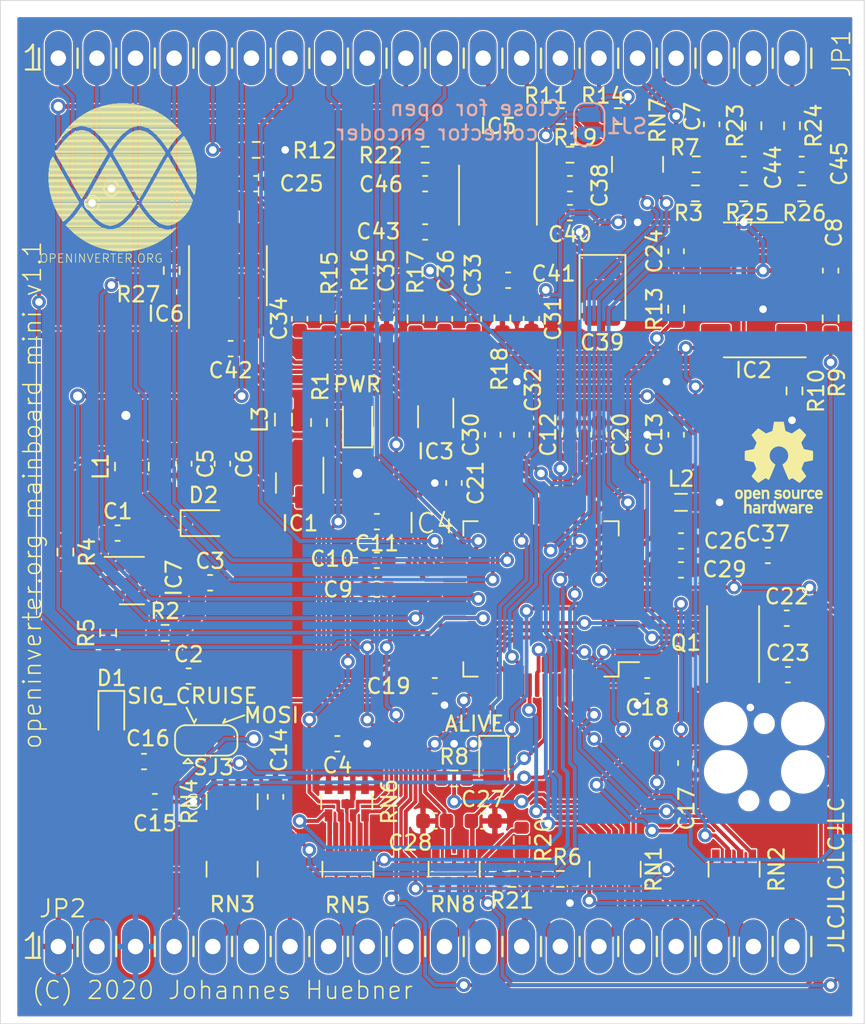
<source format=kicad_pcb>
(kicad_pcb (version 20211014) (generator pcbnew)
  (layers (0 "F.Cu" signal) (31 "B.Cu" signal) (34 "B.Paste" user) (35 "F.Paste" user) (36 "B.SilkS" user "B.Silkscreen") (37 "F.SilkS" user "F.Silkscreen") (38 "B.Mask" user) (39 "F.Mask" user) (44 "Edge.Cuts" user))
  (net 0 "")
  (net 1 "GND")
  (net 2 "VCC")
  (net 3 "VCCIO")
  (net 4 "+12V")
  (net 5 "/PC12")
  (net 6 "/RES_BIAS")
  (net 7 "/PC8")
  (net 8 "/PC7")
  (net 9 "/PC6")
  (net 10 "/PA4{slash}ADC4")
  (net 11 "/PA3{slash}ADC3")
  (net 12 "/PA2{slash}ADC2")
  (net 13 "/PB6{slash}TIM4_CH1")
  (net 14 "/NRST")
  (net 15 "/PC9")
  (net 16 "/PC1{slash}ADC11")
  (net 17 "/PC0{slash}ADC10")
  (net 18 "/PC3{slash}ADC13")
  (net 19 "/PC4{slash}ADC14")
  (net 20 "/PA6{slash}TIM3_CH1")
  (net 21 "/PA7{slash}TIM3_CH2")
  (net 22 "/PC2{slash}ADC12")
  (net 23 "/PA5{slash}ADC5")
  (net 24 "/PB0{slash}ADC8")
  (net 25 "Net-(C46-Pad1)")
  (net 26 "/PA1{slash}TIM2_CH2")
  (net 27 "/PB12{slash}TIM1_BKIN")
  (net 28 "/PB9{slash}TIM4_CH4")
  (net 29 "/PB8{slash}TIM4_CH3")
  (net 30 "/PB7{slash}TIM4_CH2")
  (net 31 "/PB5{slash}SPI1_MOSI")
  (net 32 "/PB4{slash}SPI1_MISO")
  (net 33 "/PB3{slash}SPI1_SCK")
  (net 34 "/PD2{slash}TIM3_ETR")
  (net 35 "/PC11")
  (net 36 "/PC10")
  (net 37 "Net-(IC4-Pad49)")
  (net 38 "Net-(IC4-Pad46)")
  (net 39 "/PA12{slash}CANTX")
  (net 40 "/PA11{slash}CANRX")
  (net 41 "/PA10{slash}TIM1_CH3")
  (net 42 "/PA9{slash}TIM1_CH2")
  (net 43 "/PA8{slash}TIM1_CH1")
  (net 44 "/TIM1_CH3N")
  (net 45 "/TIM1_CH2N")
  (net 46 "/TIM1_CH1N")
  (net 47 "/PB11{slash}USART3_RX")
  (net 48 "/PB10{slash}USART3_TX")
  (net 49 "/PB1{slash}ADC9")
  (net 50 "/PC5{slash}ADC15")
  (net 51 "/PC13")
  (net 52 "/R2")
  (net 53 "/R1")
  (net 54 "Net-(IC6-Pad8)")
  (net 55 "/CANH")
  (net 56 "/CANL")
  (net 57 "Net-(IC7-Pad4)")
  (net 58 "Net-(IC7-Pad3)")
  (net 59 "/I_L2")
  (net 60 "/I_L1")
  (net 61 "/UDC")
  (net 62 "/TMPHS")
  (net 63 "/ENC_B{slash}S3")
  (net 64 "/ENC_A{slash}S2")
  (net 65 "/PWM_USER")
  (net 66 "/OUT_OUVTG")
  (net 67 "/OUT_BRAKE")
  (net 68 "/OUT_ERR")
  (net 69 "/OUT_DCSW")
  (net 70 "/OUT_PRE")
  (net 71 "/MTEMP+")
  (net 72 "/MTEMP-")
  (net 73 "/THROTTLE1")
  (net 74 "/THROTTLE2")
  (net 75 "/SIG_BMS")
  (net 76 "/SIG_EMCYSTOP")
  (net 77 "/SIG_REVERSE")
  (net 78 "/SIG_FORWARD")
  (net 79 "/SIG_BRAKE")
  (net 80 "/SIG_START")
  (net 81 "/SIG_CRUISE")
  (net 89 "Net-(ALIVE0-Pad2)")
  (net 90 "Net-(C1-Pad1)")
  (net 91 "Net-(C1-Pad2)")
  (net 92 "Net-(C2-Pad1)")
  (net 93 "Net-(C22-Pad1)")
  (net 94 "Net-(C23-Pad1)")
  (net 95 "Net-(C24-Pad1)")
  (net 96 "Net-(C26-Pad2)")
  (net 97 "Net-(C33-Pad1)")
  (net 98 "Net-(C33-Pad2)")
  (net 99 "Net-(C34-Pad1)")
  (net 100 "Net-(C35-Pad1)")
  (net 101 "Net-(C38-Pad2)")
  (net 102 "Net-(C8-Pad1)")
  (net 103 "Net-(C41-Pad1)")
  (net 104 "Net-(PWR0-Pad2)")
  (net 105 "Net-(C42-Pad1)")
  (net 106 "Net-(C16-Pad2)")
  (net 107 "Net-(R11-Pad1)")
  (net 108 "Net-(C41-Pad2)")
  (footprint "Capacitor_SMD:C_0603_1608Metric" (layer "F.Cu") (at 164.5411 99.9186 90)
    (fp_text reference "C13")
    (fp_text value "1µ")
  )
  (footprint "Resistor_SMD:R_Array_Convex_4x0603" (layer "F.Cu") (at 142.9511 128.4936 -90)
    (fp_text reference "RN5")
    (fp_text value "4k7")
  )
  (footprint "Package_TO_SOT_SMD:SOT-363_SC-70-6" (layer "F.Cu") (at 148.7236 98.7361 -90)
    (fp_text reference "IC3")
    (fp_text value "NC7SZ10P6X")
  )
  (footprint "Resistor_SMD:R_Array_Convex_4x0603" (layer "F.Cu") (at 142.875 124.0486 -90)
    (fp_text reference "RN6")
    (fp_text value "1k2")
  )
  (footprint "Inductor_SMD:L_0805_2012Metric" (layer "F.Cu") (at 164.8586 104.3636)
    (fp_text reference "L2")
    (fp_text value "100µH")
  )
  (footprint "mainboard-mini:1X20" (layer "F.Cu") (at 148.0311 75.1536)
    (fp_text reference "JP1")
    (fp_text value "PINHD-1X20")
  )
  (footprint "Capacitor_SMD:C_0603_1608Metric" (layer "F.Cu") (at 132.1561 101.8236 -90)
    (fp_text reference "C5")
    (fp_text value "1µ")
  )
  (footprint "Resistor_SMD:R_Array_Convex_4x0603" (layer "F.Cu") (at 162.0011 82.1386 90)
    (fp_text reference "RN7")
    (fp_text value "10k")
  )
  (footprint "Inductor_SMD:L_0805_2012Metric" (layer "F.Cu") (at 138.7111 98.9236 90)
    (fp_text reference "L3")
    (fp_text value "10µH")
  )
  (footprint "Resistor_SMD:R_0603_1608Metric" (layer "F.Cu") (at 172.3236 97.0361 -90)
    (fp_text reference "R10")
    (fp_text value "10k")
  )
  (footprint "Fiducial:Fiducial_1.5mm_Mask3mm" (layer "F.Cu") (at 123.444 127.4286)
    (fp_text reference "FID1" hide)
    (fp_text value "Fiducial_1.5mm_Mask3mm" hide)
  )
  (footprint "Capacitor_SMD:C_0603_1608Metric" (layer "F.Cu") (at 154.3811 99.9186 90)
    (fp_text reference "C32")
    (fp_text value "1nF")
  )
  (footprint "Capacitor_SMD:C_0603_1608Metric" (layer "F.Cu") (at 166.878 79.502 90)
    (fp_text reference "C7")
    (fp_text value "10µ")
  )
  (footprint "Resistor_SMD:R_0603_1608Metric" (layer "F.Cu") (at 172.7961 84.0436 180)
    (fp_text reference "R26")
    (fp_text value "6k8")
  )
  (footprint "Capacitor_SMD:C_0603_1608Metric" (layer "F.Cu") (at 144.8561 108.1736 180)
    (fp_text reference "C10")
    (fp_text value "1µ")
  )
  (footprint "Capacitor_Tantalum_SMD:CP_EIA-3528-21_Kemet-B" (layer "F.Cu") (at 159.6936 90.5536 -90)
    (fp_text reference "C39")
    (fp_text value "100µ")
  )
  (footprint "Resistor_SMD:R_0603_1608Metric" (layer "F.Cu") (at 127.1786 112.9486 90)
    (fp_text reference "R5")
    (fp_text value "10k")
  )
  (footprint "Resistor_SMD:R_0603_1608Metric" (layer "F.Cu") (at 172.1611 79.5986 -90)
    (fp_text reference "R24")
    (fp_text value "3k3")
  )
  (footprint "Capacitor_SMD:C_0603_1608Metric" (layer "F.Cu") (at 162.6361 116.4286 180)
    (fp_text reference "C18")
    (fp_text value "1µ")
  )
  (footprint "Resistor_SMD:R_Array_Convex_4x0603" (layer "F.Cu") (at 168.3511 128.4936 -90)
    (fp_text reference "RN2")
    (fp_text value "470")
  )
  (footprint "Capacitor_SMD:C_0603_1608Metric" (layer "F.Cu") (at 148.6661 116.4286)
    (fp_text reference "C19")
    (fp_text value "1µ")
  )
  (footprint "Capacitor_SMD:C_0603_1608Metric" (layer "F.Cu") (at 164.8586 106.9036 180)
    (fp_text reference "C26")
    (fp_text value "10µ")
  )
  (footprint "Capacitor_SMD:C_0603_1608Metric" (layer "F.Cu") (at 151.2061 92.2986 90)
    (fp_text reference "C33")
    (fp_text value "22n")
  )
  (footprint "Resistor_SMD:R_0603_1608Metric" (layer "F.Cu") (at 131.36235 89.1236 -90)
    (fp_text reference "R27")
    (fp_text value "10k")
  )
  (footprint "Capacitor_SMD:C_0603_1608Metric" (layer "F.Cu") (at 157.5561 85.3136 180)
    (fp_text reference "C40")
    (fp_text value "1µ")
  )
  (footprint "Capacitor_SMD:C_0603_1608Metric" (layer "F.Cu") (at 136.9186 83.4086)
    (fp_text reference "C25")
    (fp_text value "1nF")
  )
  (footprint "Capacitor_SMD:C_0603_1608Metric" (layer "F.Cu") (at 144.8561 110.0786 180)
    (fp_text reference "C9")
    (fp_text value "1µ")
  )
  (footprint "Capacitor_SMD:C_0603_1608Metric" (layer "F.Cu") (at 135.2336 94.2561 180)
    (fp_text reference "C42")
    (fp_text value "1µ")
  )
  (footprint "Capacitor_SMD:C_0603_1608Metric" (layer "F.Cu") (at 148.0311 83.4086)
    (fp_text reference "C46")
    (fp_text value "100n")
  )
  (footprint "Capacitor_SMD:C_0603_1608Metric" (layer "F.Cu") (at 159.4611 99.9186 -90)
    (fp_text reference "C20")
    (fp_text value "1µ")
  )
  (footprint "Resistor_SMD:R_0603_1608Metric" (layer "F.Cu") (at 136.9186 81.1861)
    (fp_text reference "R12")
    (fp_text value "10k")
  )
  (footprint "Inductor_SMD:L_1008_2520Metric" (layer "F.Cu") (at 128.7411 102.0111 90)
    (fp_text reference "L1")
    (fp_text value "4.7µH")
  )
  (footprint "Resistor_SMD:R_Array_Convex_4x0603" (layer "F.Cu") (at 160.528 128.4936 -90)
    (fp_text reference "RN1")
    (fp_text value "470")
  )
  (footprint "Resistor_SMD:R_0603_1608Metric" (layer "F.Cu") (at 160.7311 78.9636 180)
    (fp_text reference "R14")
    (fp_text value "510")
  )
  (footprint "Resistor_SMD:R_0603_1608Metric" (layer "F.Cu") (at 165.862 82.1386 180)
    (fp_text reference "R7")
    (fp_text value "220")
  )
  (footprint "Capacitor_SMD:C_0603_1608Metric" (layer "F.Cu") (at 149.9261 103.0936 -90)
    (fp_text reference "C21")
    (fp_text value "1µ")
  )
  (footprint "Capacitor_SMD:C_0603_1608Metric" (layer "F.Cu") (at 149.3011 92.2986 90)
    (fp_text reference "C36")
    (fp_text value "22n")
  )
  (footprint "Capacitor_SMD:C_0603_1608Metric" (layer "F.Cu") (at 148.6661 125.3186 180)
    (fp_text reference "C28")
    (fp_text value "1µ")
  )
  (footprint "Capacitor_SMD:C_0603_1608Metric" (layer "F.Cu") (at 132.4736 115.7936)
    (fp_text reference "C2")
    (fp_text value "10µ")
  )
  (footprint "mainboard-mini:1X20" (layer "F.Cu") (at 148.0311 133.5736)
    (fp_text reference "JP2")
    (fp_text value "PINHD-1X20")
  )
  (footprint "Package_SO:SOIC-8_3.9x4.9mm_P1.27mm" (layer "F.Cu") (at 152.8186 84.1636 -90)
    (fp_text reference "IC5")
    (fp_text value "TDA2822D")
  )
  (footprint "Resistor_SMD:R_0603_1608Metric" (layer "F.Cu") (at 164.5411 91.6636 90)
    (fp_text reference "R13")
    (fp_text value "10k")
  )
  (footprint "Package_QFP:LQFP-64_10x10mm_P0.5mm" (layer "F.Cu") (at 155.6511 110.7136 180)
    (fp_text reference "IC4")
    (fp_text value "STM32F103RBT6")
  )
  (footprint "Capacitor_SMD:C_0603_1608Metric" (layer "F.Cu") (at 171.8161 111.9861)
    (fp_text reference "C22")
    (fp_text value "20p")
  )
  (footprint "Package_SO:SOIC-8_3.9x4.9mm_P1.27mm" (layer "F.Cu") (at 135.0586 89.4586 90)
    (fp_text reference "IC6")
    (fp_text value "SN65HVD230")
  )
  (footprint "Resistor_SMD:R_0603_1608Metric" (layer "F.Cu") (at 154.3811 126.5886 -90)
    (fp_text reference "R20")
    (fp_text value "10k")
  )
  (footprint "Symbol:OSHW-Logo_5.7x6mm_SilkScreen" (layer "F.Cu") (at 171.2936 102.0761)
    (fp_text reference "LOGO1" hide)
    (fp_text value "OSHW-LOGOM" hide)
  )
  (footprint "Resistor_SMD:R_Array_Convex_4x0603" (layer "F.Cu") (at 149.9361 128.4936 -90)
    (fp_text reference "RN8")
    (fp_text value "10k")
  )
  (footprint "Capacitor_SMD:C_0603_1608Metric" (layer "F.Cu") (at 151.8411 125.3186)
    (fp_text reference "C27")
    (fp_text value "1µ")
  )
  (footprint "Capacitor_SMD:C_0603_1608Metric" (layer "F.Cu") (at 168.9861 82.1386 180)
    (fp_text reference "C44")
    (fp_text value "1nF")
  )
  (footprint "Resistor_SMD:R_0603_1608Metric" (layer "F.Cu") (at 174.7011 92.2986 90)
    (fp_text reference "R9")
    (fp_text value "10k")
  )
  (footprint "mainboard-mini:TC2030-MCP" (layer "F.Cu") (at 170.3386 118.9136 -90)
    (fp_text reference "J1" hide)
    (fp_text value "TC2030_SWD-MCP" hide)
  )
  (footprint "Capacitor_SMD:C_0603_1608Metric" (layer "F.Cu") (at 165.1761 121.5086 -90)
    (fp_text reference "C17")
    (fp_text value "1µ")
  )
  (footprint "Capacitor_SMD:C_0603_1608Metric" (layer "F.Cu") (at 174.7011 89.1236 90)
    (fp_text reference "C8")
    (fp_text value "1µ")
  )
  (footprint "Resistor_SMD:R_0603_1608Metric" (layer "F.Cu") (at 141.6811 92.2986 -90)
    (fp_text reference "R15")
    (fp_text value "10k")
  )
  (footprint "Resistor_SMD:R_0603_1608Metric" (layer "F.Cu") (at 124.3661 107.6361 -90)
    (fp_text reference "R4")
    (fp_text value "51k")
  )
  (footprint "Capacitor_SMD:C_0603_1608Metric" (layer "F.Cu") (at 127.8036 106.3861)
    (fp_text reference "C1")
    (fp_text value "22n")
  )
  (footprint "Resistor_SMD:R_0603_1608Metric" (layer "F.Cu") (at 156.9211 78.9636)
    (fp_text reference "R11")
    (fp_text value "510")
  )
  (footprint "Diode_SMD:D_SOD-323" (layer "F.Cu") (at 133.4461 105.7336)
    (fp_text reference "D2")
    (fp_text value "1N5819WS")
  )
  (footprint "Resistor_SMD:R_0603_1608Metric" (layer "F.Cu") (at 169.6211 79.5986 -90)
    (fp_text reference "R23")
    (fp_text value "3k3")
  )
  (footprint "Capacitor_SMD:C_0603_1608Metric" (layer "F.Cu") (at 142.2561 120.2386 180)
    (fp_text reference "C4")
    (fp_text value "10µ")
  )
  (footprint "Resistor_SMD:R_0603_1608Metric" (layer "F.Cu") (at 148.0311 81.5036)
    (fp_text reference "R22")
    (fp_text value "4R7")
  )
  (footprint "Capacitor_SMD:C_0603_1608Metric" (layer "F.Cu") (at 157.5561 99.9186 90)
    (fp_text reference "C12")
    (fp_text value "1µ")
  )
  (footprint "LED_SMD:LED_0805_2012Metric" (layer "F.Cu") (at 143.5836 99.0686 90)
    (fp_text reference "PWR0" hide)
    (fp_text value "LED_0603_GN")
  )
  (footprint "Capacitor_SMD:C_0603_1608Metric" (layer "F.Cu") (at 138.1886 123.7311 90)
    (fp_text reference "C14")
    (fp_text value "1µ")
  )
  (footprint "Capacitor_SMD:C_0603_1608Metric" (layer "F.Cu") (at 145.4911 92.2986 -90)
    (fp_text reference "C35")
    (fp_text value "22n")
  )
  (footprint "Resistor_SMD:R_0603_1608Metric" (layer "F.Cu") (at 141.0486 99.1161 90)
    (fp_text reference "R1")
    (fp_text value "510")
  )
  (footprint "Capacitor_SMD:C_0603_1608Metric" (layer "F.Cu") (at 157.5561 83.4086)
    (fp_text reference "C38")
    (fp_text value "100n")
  )
  (footprint "Capacitor_SMD:C_0603_1608Metric" (layer "F.Cu") (at 164.5411 87.8536 90)
    (fp_text reference "C24")
    (fp_text value "1µ")
  )
  (footprint "Capacitor_SMD:C_0603_1608Metric" (layer "F.Cu") (at 129.54 121.412)
    (fp_text reference "C16")
    (fp_text value "1µ")
  )
  (footprint "Capacitor_SMD:C_0603_1608Metric" (layer "F.Cu") (at 152.4761 99.9186 90)
    (fp_text reference "C30")
    (fp_text value "1µ")
  )
  (footprint "Capacitor_SMD:C_0603_1608Metric" (layer "F.Cu") (at 172.7961 82.1386)
    (fp_text reference "C45")
    (fp_text value "1nF")
  )
  (footprint "Capacitor_SMD:C_0603_1608Metric" (layer "F.Cu") (at 148.0311 86.5836)
    (fp_text reference "C43")
    (fp_text value "22n")
  )
  (footprint "Resistor_SMD:R_Array_Convex_4x0603" (layer "F.Cu") (at 135.3311 128.4936 90)
    (fp_text reference "RN3")
    (fp_text value "4k7")
  )
  (footprint "Resistor_SMD:R_0603_1608Metric" (layer "F.Cu") (at 149.9361 122.5246)
    (fp_text reference "R8")
    (fp_text value "510")
  )
  (footprint "Resistor_SMD:R_0603_1608Metric" (layer "F.Cu") (at 168.9861 84.0436)
    (fp_text reference "R25")
    (fp_text value "6k8")
  )
  (footprint "Capacitor_SMD:C_0603_1608Metric" (layer "F.Cu") (at 130.2511 124.0486 180)
    (fp_text reference "C15")
    (fp_text value "1µ")
  )
  (footprint "Capacitor_SMD:C_0603_1608Metric" (layer "F.Cu") (at 164.8586 108.8086)
    (fp_text reference "C29")
    (fp_text value "1µ")
  )
  (footprint "Package_SO:SOIC-14_3.9x8.7mm_P1.27mm" (layer "F.Cu") (at 169.6211 90.3936 180)
    (fp_text reference "IC2")
    (fp_text value "LM2901")
  )
  (footprint "Capacitor_SMD:C_0603_1608Metric" (layer "F.Cu") (at 171.8886 115.7011)
    (fp_text reference "C23")
    (fp_text value "20p")
  )
  (footprint "Resistor_SMD:R_0603_1608Metric" (layer "F.Cu") (at 130.9286 112.9486)
    (fp_text reference "R2")
    (fp_text value "100k")
  )
  (footprint "Resistor_SMD:R_Array_Convex_4x0603" (layer "F.Cu") (at 135.3311 124.0486 90)
    (fp_text reference "RN4")
    (fp_text value "1k2")
  )
  (footprint "Jumper:SolderJumper-3_P1.3mm_Bridged12_RoundedPad1.0x1.5mm" (layer "F.Cu") (at 133.63 120.02)
    (fp_text reference "SJ3")
    (fp_text value "SOLDERJUMPER_2WAYPASTE2&3" hide)
  )
  (footprint "Resistor_SMD:R_0603_1608Metric" (layer "F.Cu") (at 153.7461 129.1286 180)
    (fp_text reference "R21")
    (fp_text value "510")
  )
  (footprint "Resistor_SMD:R_0603_1608Metric" (layer "F.Cu") (at 156.9211 129.1286)
    (fp_text reference "R6")
    (fp_text value "510")
  )
  (footprint "Resistor_SMD:R_0603_1608Metric" (layer "F.Cu") (at 143.5861 92.2986 90)
    (fp_text reference "R16")
    (fp_text value "3k3")
  )
  (footprint "Resistor_SMD:R_0603_1608Metric" (layer "F.Cu") (at 165.8111 84.0436)
    (fp_text reference "R3")
    (fp_text value "510")
  )
  (footprint "Capacitor_SMD:C_0603_1608Metric" (layer "F.Cu") (at 155.0161 92.2986 -90)
    (fp_text reference "C31")
    (fp_text value "1nF")
  )
  (footprint "Capacitor_SMD:C_0603_1608Metric" (layer "F.Cu") (at 134.6961 101.8236 -90)
    (fp_text reference "C6")
    (fp_text value "10µ")
  )
  (footprint "Resistor_SMD:R_0603_1608Metric" (layer "F.Cu") (at 157.5561 81.5036 180)
    (fp_text reference "R19")
    (fp_text value "4R7")
  )
  (footprint "Capacitor_SMD:C_0603_1608Metric" (layer "F.Cu") (at 139.7761 92.2986 90)
    (fp_text reference "C34")
    (fp_text value "22n")
  )
  (footprint "LED_SMD:LED_0805_2012Metric" (layer "F.Cu") (at 152.5436 121.4061 -90)
    (fp_text reference "ALIVE0" hide)
    (fp_text value "LED_0603_GN")
  )
  (footprint "Resistor_SMD:R_0603_1608Metric" (layer "F.Cu") (at 153.1111 92.2986 90)
    (fp_text reference "R18")
    (fp_text value "10k")
  )
  (footprint "Package_TO_SOT_SMD:SOT-23" (layer "F.Cu") (at 139.7761 103.0936 -90)
    (fp_text reference "IC1")
    (fp_text value "XC6206P332MR")
  )
  (footprint "Capacitor_SMD:C_0603_1608Metric" (layer "F.Cu") (at 153.4921 89.7586)
    (fp_text reference "C41")
    (fp_text value "10µ")
  )
  (footprint "Package_TO_SOT_SMD:SOT-23-6" (layer "F.Cu") (at 128.7411 109.5111)
    (fp_text reference "IC7")
    (fp_text value "RT8259GE")
  )
  (footprint "Crystal:Crystal_SMD_TXC_7A-2Pin_5x3.2mm" (layer "F.Cu") (at 168.2861 113.6886 -90)
    (fp_text reference "Q1")
    (fp_text value "8MHz")
  )
  (footprint "Resistor_SMD:R_0603_1608Metric" (layer "F.Cu") (at 147.3961 92.2986 -90)
    (fp_text reference "R17")
    (fp_text value "3k3")
  )
  (footprint "mainboard-mini:OI_LOGO" (layer "F.Cu") (at 123.2661 87.8536)
    (fp_text reference "U$2" hide)
    (fp_text value "" hide)
  )
  (footprint "Capacitor_SMD:C_0603_1608Metric" (layer "F.Cu") (at 133.8886 109.6536)
    (fp_text reference "C3")
    (fp_text value "1µ")
  )
  (footprint "Diode_SMD:D_SOD-323" (layer "F.Cu") (at 127.3911 118.2661 -90)
    (fp_text reference "D1")
    (fp_text value "1N5819WS")
  )
  (footprint "Capacitor_SMD:C_0603_1608Metric" (layer "F.Cu") (at 144.8561 105.6336 180)
    (fp_text reference "C11")
    (fp_text value "1µ")
  )
  (footprint "Fiducial:Fiducial_1.5mm_Mask3mm" (layer "F.Cu") (at 167.7361 99.4736)
    (fp_text reference "FID2" hide)
    (fp_text value "Fiducial_1.5mm_Mask3mm" hide)
  )
  (footprint "Capacitor_SMD:C_0603_1608Metric" (layer "F.Cu") (at 170.5736 107.8561)
    (fp_text reference "C37")
    (fp_text value "1µ")
  )
  (footprint "Jumper:SolderJumper-2_P1.3mm_Open_RoundedPad1.0x1.5mm" (layer "B.Cu") (at 158.8261 79.502 -90)
    (fp_text reference "SJ1")
    (fp_text value "SOLDERJUMPERNO" hide)
  )
  (gr_line (start 132.842 118.872) (end 132.969 118.618) (layer "F.SilkS") (width 0.12))
  (gr_line (start 136.144 118.364) (end 134.747 118.872) (layer "F.SilkS") (width 0.12))
  (gr_line (start 134.747 118.872) (end 134.874 118.618) (layer "F.SilkS") (width 0.12))
  (gr_line (start 132.334 117.856) (end 132.842 118.872) (layer "F.SilkS") (width 0.12))
  (gr_line (start 134.874 118.618) (end 134.747 118.872) (layer "F.SilkS") (width 0.12))
  (gr_rect (start 120.0911 71.3536) (end 176.9111 138.6536) (layer "Edge.Cuts") (width 0.05) (fill none))
  (gr_text "Close for open\n  collector encoder" (at 157.099 79.248) (layer "B.SilkS") (effects (font (size 1 1)) (justify left mirror)))
  (gr_text "SIG_CRUISE" (at 132.715 117.094) (layer "F.SilkS") (effects (font (size 1 1))))
  (gr_text "MOSI" (at 137.922 118.364) (layer "F.SilkS") (effects (font (size 1 1))))
  (gr_text "openinverter.org mainboard mini v1.1" (at 121.5 87.1 90) (layer "F.SilkS") (effects (font (size 1.1684 1.1684) (thickness 0.1016)) (justify right top)))
  (gr_text "1" (at 121.3611 134.5261) (layer "F.SilkS") (effects (font (size 1.63576 1.63576) (thickness 0.14224)) (justify left bottom)))
  (gr_text "1" (at 121.3611 76.1061) (layer "F.SilkS") (effects (font (size 1.63576 1.63576) (thickness 0.14224)) (justify left bottom)))
  (gr_text "JLCJLCJLCJLC" (at 175.075 128.875 90) (layer "F.SilkS") (effects (font (size 1 1))))
  (gr_text "(C) 2020 Johannes Huebner" (at 122.0886 137.1261) (layer "F.SilkS") (effects (font (size 1.1684 1.1684) (thickness 0.1016)) (justify left bottom)))
  (segment (start 168.3512 123.7996) (end 169.4272 122.7236) (width 0.25) (layer "F.Cu") (net 1))
  (segment (start 169.4272 122.7236) (end 169.7036 122.7236) (width 0.25) (layer "F.Cu") (net 1))
  (segment (start 165.1761 122.3586) (end 166.6171 123.7996) (width 0.25) (layer "F.Cu") (net 1))
  (segment (start 166.6171 123.7996) (end 168.3512 123.7996) (width 0.25) (layer "F.Cu") (net 1))
  (segment (start 138.3361 104.1936) (end 139.7761 104.1936) (width 0.4064) (layer "F.Cu") (net 2))
  (segment (start 132.1561 100.9736) (end 134.6961 100.9736) (width 1.016) (layer "F.Cu") (net 2))
  (segment (start 124.5361 102.4586) (end 126.1836 100.8111) (width 0.254) (layer "F.Cu") (net 2))
  (segment (start 154.3811 84.6786) (end 153.4536 83.7511) (width 0.3048) (layer "F.Cu") (net 2))
  (segment (start 124.5361 106.6161) (end 124.5361 102.4586) (width 0.254) (layer "F.Cu") (net 2))
  (segment (start 135.3311 101.1886) (end 138.3361 104.1936) (width 0.4064) (layer "F.Cu") (net 2))
  (segment (start 166.4461 85.3136) (end 165.8111 85.9486) (width 0.3048) (layer "F.Cu") (net 2))
  (segment (start 166.4461 84.2586) (end 166.4461 85.3136) (width 0.3048) (layer "F.Cu") (net 2))
  (segment (start 126.1836 100.8111) (end 128.7411 100.8111) (width 0.254) (layer "F.Cu") (net 2))
  (segment (start 137.7686 81.1861) (end 138.8236 81.1861) (width 0.254) (layer "F.Cu") (net 2))
  (segment (start 128.3461 100.4161) (end 128.3461 98.6486) (width 1.016) (layer "F.Cu") (net 2))
  (segment (start 153.4536 83.7511) (end 153.4536 81.5636) (width 0.3048) (layer "F.Cu") (net 2))
  (segment (start 156.7061 86.3686) (end 159.3661 89.0286) (width 0.3048) (layer "F.Cu") (net 2))
  (segment (start 134.9111 101.1886) (end 135.3311 101.1886) (width 0.4064) (layer "F.Cu") (net 2))
  (segment (start 128.7411 100.8111) (end 128.3461 100.4161) (width 1.016) (layer "F.Cu") (net 2))
  (segment (start 156.7061 86.3686) (end 156.7061 85.3136) (width 0.3048) (layer "F.Cu") (net 2))
  (segment (start 156.7061 85.3136) (end 156.0711 84.6786) (width 0.3048) (layer "F.Cu") (net 2))
  (segment (start 172.2211 91.6636) (end 170.2561 91.6636) (width 0.3048) (layer "F.Cu") (net 2))
  (segment (start 159.6936 88.2036) (end 159.6936 89.0161) (width 0.254) (layer "F.Cu") (net 2))
  (segment (start 128.9036 100.9736) (end 132.1561 100.9736) (width 1.016) (layer "F.Cu") (net 2))
  (segment (start 161.9486 85.9486) (end 162.0011 85.9486) (width 0.3048) (layer "F.Cu") (net 2))
  (segment (start 156.0711 84.6786) (end 154.3811 84.6786) (width 0.3048) (layer "F.Cu") (net 2))
  (segment (start 161.9486 85.9486) (end 159.6936 88.2036) (width 0.254) (layer "F.Cu") (net 2))
  (segment (start 157.5561 129.3436) (end 157.5561 130.7161) (width 0.254) (layer "F.Cu") (net 2))
  (segment (start 165.8111 85.9486) (end 162.0011 85.9486) (width 0.3048) (layer "F.Cu") (net 2))
  (via (at 138.8236 81.1861) (size 0.9064) (drill 0.5) (layers "F.Cu" "B.Cu") (net 2))
  (via (at 162.0011 85.9486) (size 0.9064) (drill 0.5) (layers "F.Cu" "B.Cu") (net 2))
  (via (at 170.2561 91.6636) (size 0.9064) (drill 0.5) (layers "F.Cu" "B.Cu") (net 2))
  (via (at 157.5561 130.7161) (size 0.9064) (drill 0.5) (layers "F.Cu" "B.Cu") (net 2))
  (via (at 128.3461 98.6486) (size 1.0064) (drill 0.6) (layers "F.Cu" "B.Cu") (net 2))
  (segment (start 138.8236 81.1861) (end 139.1411 81.1861) (width 0.254) (layer "B.Cu") (net 2))
  (segment (start 162.0011 85.9486) (end 162.6361 85.9486) (width 0.3048) (layer "B.Cu") (net 2))
  (segment (start 143.5411 102.4586) (end 143.5861 102.4586) (width 0.4064) (layer "F.Cu") (net 3))
  (segment (start 149.3011 116.6436) (end 149.3011 117.6986) (width 0.254) (layer "F.Cu") (net 3))
  (segment (start 162.0011 116.6436) (end 162.0011 117.6986) (width 0.254) (layer "F.Cu") (net 3))
  (segment (start 149.9511 115.9936) (end 149.9511 114.4636) (width 0.254) (layer "F.Cu") (net 3))
  (segment (start 165.8586 104.3636) (end 167.3986 104.3636) (width 0.254) (layer "F.Cu") (net 3))
  (segment (start 161.3511 115.9936) (end 161.3511 114.4636) (width 0.254) (layer "F.Cu") (net 3))
  (segment (start 149.7111 103.7286) (end 149.3011 103.7286) (width 0.254) (layer "F.Cu") (net 3))
  (segment (start 149.3011 121.5086) (end 149.9361 120.8736) (width 0.254) (layer "F.Cu") (net 3))
  (segment (start 149.5161 116.4286) (end 149.9511 115.9936) (width 0.254) (layer "F.Cu") (net 3))
  (segment (start 149.3011 103.7286) (end 148.6661 103.0936) (width 0.254) (layer "F.Cu") (net 3))
  (segment (start 149.3011 122.3096) (end 149.3011 121.5086) (width 0.254) (layer "F.Cu") (net 3))
  (segment (start 149.9261 103.9436) (end 150.9961 105.0136) (width 0.254) (layer "F.Cu") (net 3))
  (segment (start 148.6661 99.7186) (end 148.6661 103.0936) (width 0.254) (layer "F.Cu") (net 3))
  (segment (start 138.7536 99.9661) (end 141.0486 99.9661) (width 0.4064) (layer "F.Cu") (net 3))
  (segment (start 158.4011 101.8286) (end 158.4011 105.0136) (width 0.254) (layer "F.Cu") (net 3))
  (segment (start 161.7711 116.4136) (end 161.3511 115.9936) (width 0.254) (layer "F.Cu") (net 3))
  (segment (start 160.7311 100.5536) (end 161.3661 99.9186) (width 0.254) (layer "F.Cu") (net 3))
  (segment (start 150.9961 105.0136) (end 151.9011 105.0136) (width 0.254) (layer "F.Cu") (net 3))
  (segment (start 143.1061 120.2386) (end 144.2211 120.2386) (width 0.254) (layer "F.Cu") (net 3))
  (segment (start 161.3661 99.9186) (end 162.6361 99.9186) (width 0.254) (layer "F.Cu") (net 3))
  (segment (start 138.7111 101.8786) (end 138.7111 99.9236) (width 0.4064) (layer "F.Cu") (net 3))
  (segment (start 169.418 119.898) (end 169.7036 120.1836) (width 0.25) (layer "F.Cu") (net 3))
  (segment (start 172.1611 98.0486) (end 172.1611 98.9661) (width 0.254) (layer "F.Cu") (net 3))
  (segment (start 154.0636 96.4261) (end 163.9061 96.4261) (width 0.254) (layer "F.Cu") (net 3))
  (segment (start 141.0486 99.9661) (end 143.5411 102.4586) (width 0.4064) (layer "F.Cu") (net 3))
  (segment (start 149.9361 120.8736) (end 149.9361 120.2386) (width 0.254) (layer "F.Cu") (net 3))
  (segment (start 161.7711 116.4136) (end 159.4011 116.4136) (width 0.254) (layer "F.Cu") (net 3))
  (segment (start 159.6761 100.5536) (end 160.7311 100.5536) (width 0.254) (layer "F.Cu") (net 3))
  (segment (start 159.4611 100.7686) (end 158.4011 101.8286) (width 0.254) (layer "F.Cu") (net 3))
  (segment (start 169.418 117.856) (end 169.418 119.898) (width 0.25) (layer "F.Cu") (net 3))
  (via (at 172.1611 98.9661) (size 0.9064) (drill 0.5) (layers "F.Cu" "B.Cu") (net 3))
  (via (at 167.3986 104.3636) (size 0.9064) (drill 0.5) (layers "F.Cu" "B.Cu") (net 3))
  (via (at 148.6661 103.0936) (size 0.9064) (drill 0.5) (layers "F.Cu" "B.Cu") (net 3))
  (via (at 162.0011 117.6986) (size 0.9064) (drill 0.5) (layers "F.Cu" "B.Cu") (net 3))
  (via (at 143.5861 102.4586) (size 1.0064) (drill 0.6) (layers "F.Cu" "B.Cu") (net 3))
  (via (at 169.418 117.856) (size 0.9064) (drill 0.5) (layers "F.Cu" "B.Cu") (net 3))
  (via (at 162.6361 99.9186) (size 0.9064) (drill 0.5) (layers "F.Cu" "B.Cu") (net 3))
  (via (at 163.9061 96.4261) (size 0.9064) (drill 0.5) (layers "F.Cu" "B.Cu") (net 3))
  (via (at 144.2211 120.2386) (size 0.9064) (drill 0.5) (layers "F.Cu" "B.Cu") (net 3))
  (via (at 149.3011 117.6986) (size 0.9064) (drill 0.5) (layers "F.Cu" "B.Cu") (net 3))
  (via (at 154.0636 96.4261) (size 0.9064) (drill 0.5) (layers "F.Cu" "B.Cu") (net 3))
  (via (at 149.9361 120.2386) (size 0.9064) (drill 0.5) (layers "F.Cu" "B.Cu") (net 3))
  (segment (start 144.2211 120.2386) (end 144.2211 120.8736) (width 0.254) (layer "B.Cu") (net 3))
  (segment (start 172.1611 98.9661) (end 172.1611 99.2836) (width 0.254) (layer "B.Cu") (net 3))
  (segment (start 149.9361 120.2386) (end 150.5711 119.6036) (width 0.254) (layer "B.Cu") (net 3))
  (segment (start 167.3986 104.3636) (end 167.7161 104.3636) (width 0.254) (layer "B.Cu") (net 3))
  (segment (start 143.5861 102.4586) (end 143.5861 103.0936) (width 0.4064) (layer "B.Cu") (net 3))
  (segment (start 162.0011 117.6986) (end 162.0011 118.3336) (width 0.254) (layer "B.Cu") (net 3))
  (segment (start 163.9061 96.4261) (end 164.2236 96.7436) (width 0.254) (layer "B.Cu") (net 3))
  (segment (start 126.4411 128.4936) (end 126.4411 123.4136) (width 1.016) (layer "F.Cu") (net 4))
  (segment (start 126.4411 123.4136) (end 127.3911 122.4636) (width 1.016) (layer "F.Cu") (net 4))
  (segment (start 136.6011 129.2236) (end 136.6011 128.4936) (width 0.3048) (layer "F.Cu") (net 4))
  (segment (start 127.3911 122.4636) (end 127.3911 119.4161) (width 0.8128) (layer "F.Cu") (net 4))
  (segment (start 136.6011 128.4936) (end 126.4411 128.4936) (width 0.3048) (layer "F.Cu") (net 4))
  (segment (start 126.4411 133.5736) (end 126.4411 128.4936) (width 1.016) (layer "F.Cu") (net 4))
  (segment (start 153.1111 117.6986) (end 153.4286 117.6986) (width 0.254) (layer "F.Cu") (net 5))
  (segment (start 153.9011 117.2261) (end 153.9011 116.4136) (width 0.254) (layer "F.Cu") (net 5))
  (segment (start 153.4286 117.6986) (end 153.9011 117.2261) (width 0.254) (layer "F.Cu") (net 5))
  (segment (start 152.4761 120.12985) (end 152.4761 118.3336) (width 0.254) (layer "F.Cu") (net 5))
  (segment (start 152.4761 118.3336) (end 153.1111 117.6986) (width 0.254) (layer "F.Cu") (net 5))
  (segment (start 164.9611 80.2336) (end 166.8346 80.2336) (width 0.3048) (layer "F.Cu") (net 6))
  (segment (start 164.5411 79.8136) (end 164.5411 78.9636) (width 0.3048) (layer "F.Cu") (net 6))
  (segment (start 164.9611 80.2336) (end 164.5411 79.8136) (width 0.3048) (layer "F.Cu") (net 6))
  (segment (start 164.9611 82.1386) (end 164.9611 80.2336) (width 0.3048) (layer "F.Cu") (net 6))
  (segment (start 164.9611 84.0436) (end 164.9611 82.1386) (width 0.3048) (layer "F.Cu") (net 6))
  (segment (start 166.8346 80.2336) (end 166.878 80.277) (width 0.3048) (layer "F.Cu") (net 6))
  (via (at 164.5411 78.9636) (size 0.9064) (drill 0.5) (layers "F.Cu" "B.Cu") (net 6))
  (segment (start 164.5411 78.9636) (end 162.0011 76.4236) (width 0.254) (layer "B.Cu") (net 6))
  (segment (start 145.7061 113.6736) (end 145.7061 110.0786) (width 0.254) (layer "F.Cu") (net 7))
  (segment (start 145.1736 124.6836) (end 146.1261 123.7311) (width 0.254) (layer "F.Cu") (net 7))
  (segment (start 144.3161 124.6836) (end 145.1736 124.6836) (width 0.254) (layer "F.Cu") (net 7))
  (segment (start 145.8211 109.9636) (end 149.9511 109.9636) (width 0.254) (layer "F.Cu") (net 7))
  (segment (start 146.1261 123.7311) (end 146.1261 118.3336) (width 0.254) (layer "F.Cu") (net 7))
  (segment (start 144.1511 124.8486) (end 144.3161 124.6836) (width 0.254) (layer "F.Cu") (net 7))
  (segment (start 145.4911 113.8886) (end 145.7061 113.6736) (width 0.254) (layer "F.Cu") (net 7))
  (segment (start 144.1511 127.6936) (end 144.1511 124.8486) (width 0.3048) (layer "F.Cu") (net 7))
  (via (at 145.4911 113.8886) (size 0.9064) (drill 0.5) (layers "F.Cu" "B.Cu") (net 7))
  (via (at 146.1261 118.3336) (size 0.9064) (drill 0.5) (layers "F.Cu" "B.Cu") (net 7))
  (segment (start 146.1261 118.3336) (end 145.4911 117.6986) (width 0.254) (layer "B.Cu") (net 7))
  (segment (start 145.4911 117.6986) (end 145.4911 113.8886) (width 0.254) (layer "B.Cu") (net 7))
  (segment (start 148.0736 97.8111) (end 145.4186 95.1561) (width 0.254) (layer "F.Cu") (net 8))
  (segment (start 140.7286 81.5036) (end 138.5061 79.2811) (width 0.254) (layer "F.Cu") (net 8))
  (segment (start 143.5861 124.0486) (end 144.8561 124.0486) (width 0.254) (layer "F.Cu") (net 8))
  (segment (start 145.7061 108.5936) (end 145.7061 108.1736) (width 0.254) (layer "F.Cu") (net 8))
  (segment (start 144.8561 113.2536) (end 144.8561 109.4436) (width 0.254) (layer "F.Cu") (net 8))
  (segment (start 145.4911 119.9211) (end 144.2211 118.6511) (width 0.254) (layer "F.Cu") (net 8))
  (segment (start 148.0511 109.4636) (end 149.9511 109.4636) (width 0.254) (layer "F.Cu") (net 8))
  (segment (start 144.8561 109.4436) (end 145.7061 108.5936) (width 0.254) (layer "F.Cu") (net 8))
  (segment (start 144.2211 113.8886) (end 144.8561 113.2536) (width 0.254) (layer "F.Cu") (net 8))
  (segment (start 140.7286 84.6786) (end 140.7286 81.5036) (width 0.254) (layer "F.Cu") (net 8))
  (segment (start 138.8236 94.5211) (end 138.8236 86.5836) (width 0.254) (layer "F.Cu") (net 8))
  (segment (start 143.5861 124.6136) (end 143.5861 124.0486) (width 0.254) (layer "F.Cu") (net 8))
  (segment (start 122.6311 82.1386) (end 122.6311 91.18735) (width 0.254) (layer "F.Cu") (net 8))
  (segment (start 138.8236 86.5836) (end 140.7286 84.6786) (width 0.254) (layer "F.Cu") (net 8))
  (segment (start 145.7061 108.1736) (end 146.7611 108.1736) (width 0.254) (layer "F.Cu") (net 8))
  (segment (start 139.4586 95.1561) (end 138.8236 94.5211) (width 0.254) (layer "F.Cu") (net 8))
  (segment (start 145.4186 95.1561) (end 139.4586 95.1561) (width 0.254) (layer "F.Cu") (net 8))
  (segment (start 143.3511 127.6936) (end 143.3511 124.8486) (width 0.3048) (layer "F.Cu") (net 8))
  (segment (start 138.5061 79.2811) (end 125.4886 79.2811) (width 0.254) (layer "F.Cu") (net 8))
  (segment (start 125.4886 79.2811) (end 122.6311 82.1386) (width 0.254) (layer "F.Cu") (net 8))
  (segment (start 146.7611 108.1736) (end 148.0511 109.4636) (width 0.254) (layer "F.Cu") (net 8))
  (segment (start 143.3511 124.8486) (end 143.5861 124.6136) (width 0.254) (layer "F.Cu") (net 8))
  (segment (start 144.8561 124.0486) (end 145.4911 123.4136) (width 0.254) (layer "F.Cu") (net 8))
  (segment (start 145.4911 123.4136) (end 145.4911 119.9211) (width 0.254) (layer "F.Cu") (net 8))
  (via (at 122.6311 91.18735) (size 0.9064) (drill 0.5) (layers "F.Cu" "B.Cu") (net 8))
  (via (at 144.2211 113.8886) (size 0.9064) (drill 0.5) (layers "F.Cu" "B.Cu") (net 8))
  (via (at 144.2211 118.6511) (size 0.9064) (drill 0.5) (layers "F.Cu" "B.Cu") (net 8))
  (segment (start 122.6311 111.6661) (end 124.8536 113.8886) (width 0.254) (layer "B.Cu") (net 8))
  (segment (start 143.5861 113.8886) (end 144.2211 113.8886) (width 0.254) (layer "B.Cu") (net 8))
  (segment (start 124.8536 113.8886) (end 141.9986 113.8886) (width 0.254) (layer "B.Cu") (net 8))
  (segment (start 122.6311 91.18735) (end 122.6311 111.6661) (width 0.254) (layer "B.Cu") (net 8))
  (segment (start 141.9986 113.8886) (end 142.3161 113.5711) (width 0.254) (layer "B.Cu") (net 8))
  (segment (start 142.3161 113.5711) (end 143.2686 113.5711) (width 0.254) (layer "B.Cu") (net 8))
  (segment (start 144.2211 118.6511) (end 144.2211 113.8886) (width 0.254) (layer "B.Cu") (net 8))
  (segment (start 143.2686 113.5711) (end 143.5861 113.8886) (width 0.254) (layer "B.Cu") (net 8))
  (segment (start 142.5511 127.6936) (end 142.5511 124.8486) (width 0.3048) (layer "F.Cu") (net 9))
  (segment (start 142.9511 114.8411) (end 142.9511 107.5386) (width 0.254) (layer "F.Cu") (net 9))
  (segment (start 142.3161 124.0486) (end 141.0461 124.0486) (width 0.254) (layer "F.Cu") (net 9))
  (segment (start 141.0461 124.0486) (end 140.4111 123.4136) (width 0.254) (layer "F.Cu") (net 9))
  (segment (start 142.9511 107.5386) (end 143.5861 106.9036) (width 0.254) (layer "F.Cu") (net 9))
  (segment (start 142.5511 124.8486) (end 142.3161 124.6136) (width 0.254) (layer "F.Cu") (net 9))
  (segment (start 148.4011 108.9636) (end 145.7061 106.2686) (width 0.254) (layer "F.Cu") (net 9))
  (segment (start 142.3161 124.6136) (end 142.3161 124.0486) (width 0.254) (layer "F.Cu") (net 9))
  (segment (start 145.7061 106.2686) (end 145.7061 105.6336) (width 0.254) (layer "F.Cu") (net 9))
  (segment (start 145.7061 106.0536) (end 145.7061 105.6336) (width 0.254) (layer "F.Cu") (net 9))
  (segment (start 143.5861 106.9036) (end 144.8561 106.9036) (width 0.254) (layer "F.Cu") (net 9))
  (segment (start 144.8561 106.9036) (end 145.7061 106.0536) (width 0.254) (layer "F.Cu") (net 9))
  (segment (start 148.4011 108.9636) (end 149.9511 108.9636) (width 0.254) (layer "F.Cu") (net 9))
  (segment (start 140.4111 123.4136) (end 140.4111 118.6511) (width 0.254) (layer "F.Cu") (net 9))
  (via (at 140.4111 118.6511) (size 0.9064) (drill 0.5) (layers "F.Cu" "B.Cu") (net 9))
  (via (at 142.9511 114.8411) (size 0.9064) (drill 0.5) (layers "F.Cu" "B.Cu") (net 9))
  (segment (start 140.4111 118.6511) (end 142.9511 116.1111) (width 0.254) (layer "B.Cu") (net 9))
  (segment (start 142.9511 116.1111) (end 142.9511 114.8411) (width 0.254) (layer "B.Cu") (net 9))
  (segment (start 141.7511 127.6936) (end 141.7511 124.8486) (width 0.3048) (layer "F.Cu") (net 10))
  (segment (start 140.9511 125.3186) (end 139.7761 125.3186) (width 0.254) (layer "F.Cu") (net 10))
  (segment (start 158.1911 106.9036) (end 157.9011 106.6136) (width 0.254) (layer "F.Cu") (net 10))
  (segment (start 157.9011 101.1136) (end 157.9011 105.0136) (width 0.254) (layer "F.Cu") (net 10))
  (segment (start 140.9511 125.3186) (end 141.4211 124.8486) (width 0.254) (layer "F.Cu") (net 10))
  (segment (start 157.9011 106.6136) (end 157.9011 105.0136) (width 0.254) (layer "F.Cu") (net 10))
  (segment (start 141.4211 124.8486) (end 141.7511 124.8486) (width 0.254) (layer "F.Cu") (net 10))
  (via (at 158.1911 106.9036) (size 0.9064) (drill 0.5) (layers "F.Cu" "B.Cu") (net 10))
  (via (at 139.7761 125.3186) (size 0.9064) (drill 0.5) (layers "F.Cu" "B.Cu") (net 10))
  (segment (start 156.9211 122.4611) (end 156.6036 122.1436) (width 0.254) (layer "B.Cu") (net 10))
  (segment (start 141.52235 127.06485) (end 155.9686 127.06485) (width 0.254) (layer "B.Cu") (net 10))
  (segment (start 156.6036 122.1436) (end 156.6036 113.5711) (width 0.254) (layer "B.Cu") (net 10))
  (segment (start 155.9686 127.06485) (end 156.9211 126.11235) (width 0.254) (layer "B.Cu") (net 10))
  (segment (start 156.9211 126.11235) (end 156.9211 122.4611) (width 0.254) (layer "B.Cu") (net 10))
  (segment (start 139.7761 125.3186) (end 141.52235 127.06485) (width 0.254) (layer "B.Cu") (net 10))
  (segment (start 155.9686 112.9361) (end 155.9686 109.1261) (width 0.254) (layer "B.Cu") (net 10))
  (segment (start 156.6036 113.5711) (end 155.9686 112.9361) (width 0.254) (layer "B.Cu") (net 10))
  (segment (start 155.9686 109.1261) (end 158.1911 106.9036) (width 0.254) (layer "B.Cu") (net 10))
  (segment (start 136.5311 127.6936) (end 136.5311 124.8486) (width 0.3048) (layer "F.Cu") (net 11))
  (segment (start 162.3186 102.1411) (end 163.6911 100.7686) (width 0.254) (layer "F.Cu") (net 11))
  (segment (start 144.5386 128.4936) (end 145.1736 127.8586) (width 0.254) (layer "F.Cu") (net 11))
  (segment (start 158.1911 108.8086) (end 162.3186 104.6811) (width 0.254) (layer "F.Cu") (net 11))
  (segment (start 162.3186 104.6811) (end 162.3186 103.0936) (width 0.254) (layer "F.Cu") (net 11))
  (segment (start 156.9211 109.4436) (end 157.5561 108.8086) (width 0.254) (layer "F.Cu") (net 11))
  (segment (start 159.4011 105.0136) (end 161.3211 103.0936) (width 0.254) (layer "F.Cu") (net 11))
  (segment (start 136.5311 124.8486) (end 140.1761 128.4936) (width 0.254) (layer "F.Cu") (net 11))
  (segment (start 163.6911 100.7686) (end 164.5411 100.7686) (width 0.254) (layer "F.Cu") (net 11))
  (segment (start 145.1736 127.8586) (end 145.33235 127.8586) (width 0.254) (layer "F.Cu") (net 11))
  (segment (start 140.1761 128.4936) (end 144.5386 128.4936) (width 0.254) (layer "F.Cu") (net 11))
  (segment (start 162.3186 103.0936) (end 162.3186 102.1411) (width 0.254) (layer "F.Cu") (net 11))
  (segment (start 157.5561 108.8086) (end 158.1911 108.8086) (width 0.254) (layer "F.Cu") (net 11))
  (segment (start 161.3211 103.0936) (end 162.3186 103.0936) (width 0.254) (layer "F.Cu") (net 11))
  (via (at 156.9211 109.4436) (size 0.9064) (drill 0.5) (layers "F.Cu" "B.Cu") (net 11))
  (via (at 145.33235 127.8586) (size 0.9064) (drill 0.5) (layers "F.Cu" "B.Cu") (net 11))
  (segment (start 157.07985 109.60235) (end 156.9211 109.4436) (width 0.254) (layer "B.Cu") (net 11))
  (segment (start 157.39735 126.9061) (end 157.39735 122.1436) (width 0.254) (layer "B.Cu") (net 11))
  (segment (start 157.07985 121.8261) (end 157.07985 109.60235) (width 0.254) (layer "B.Cu") (net 11))
  (segment (start 157.39735 122.1436) (end 157.07985 121.8261) (width 0.254) (layer "B.Cu") (net 11))
  (segment (start 145.33235 127.8586) (end 156.44485 127.8586) (width 0.254) (layer "B.Cu") (net 11))
  (segment (start 156.44485 127.8586) (end 157.39735 126.9061) (width 0.254) (layer "B.Cu") (net 11))
  (segment (start 160.657666 106.9636) (end 161.3261 106.9636) (width 0.254) (layer "F.Cu") (net 12))
  (segment (start 135.9661 124.0486) (end 137.6561 124.0486) (width 0.254) (layer "F.Cu") (net 12))
  (segment (start 135.7311 127.6936) (end 135.7311 124.8486) (width 0.3048) (layer "F.Cu") (net 12))
  (segment (start 138.1886 124.5811) (end 137.6561 124.0486) (width 0.254) (layer "F.Cu") (net 12))
  (segment (start 157.8736 110.3961) (end 157.8736 109.747666) (width 0.254) (layer "F.Cu") (net 12))
  (segment (start 140.4111 127.2236) (end 138.1886 125.0011) (width 0.254) (layer "F.Cu") (net 12))
  (segment (start 157.8736 109.747666) (end 160.657666 106.9636) (width 0.254) (layer "F.Cu") (net 12))
  (segment (start 135.7311 124.8486) (end 135.9661 124.6136) (width 0.254) (layer "F.Cu") (net 12))
  (segment (start 135.9661 124.6136) (end 135.9661 124.0486) (width 0.254) (layer "F.Cu") (net 12))
  (via (at 157.8736 110.3961) (size 0.9064) (drill 0.5) (layers "F.Cu" "B.Cu") (net 12))
  (via (at 140.4111 127.2236) (size 0.9064) (drill 0.5) (layers "F.Cu" "B.Cu") (net 12))
  (segment (start 156.6036 128.8111) (end 157.8736 127.5411) (width 0.254) (layer "B.Cu") (net 12))
  (segment (start 141.0461 128.8111) (end 156.6036 128.8111) (width 0.254) (layer "B.Cu") (net 12))
  (segment (start 157.5561 121.5086) (end 157.5561 111.3486) (width 0.254) (layer "B.Cu") (net 12))
  (segment (start 157.8736 111.0311) (end 157.8736 110.3961) (width 0.254) (layer "B.Cu") (net 12))
  (segment (start 140.4111 127.2236) (end 140.4111 128.1761) (width 0.254) (layer "B.Cu") (net 12))
  (segment (start 140.4111 128.1761) (end 141.0461 128.8111) (width 0.254) (layer "B.Cu") (net 12))
  (segment (start 157.5561 111.3486) (end 157.8736 111.0311) (width 0.254) (layer "B.Cu") (net 12))
  (segment (start 157.8736 127.5411) (end 157.8736 121.8261) (width 0.254) (layer "B.Cu") (net 12))
  (segment (start 157.8736 121.8261) (end 157.5561 121.5086) (width 0.254) (layer "B.Cu") (net 12))
  (segment (start 131.1011 124.0486) (end 132.7911 124.0486) (width 0.254) (layer "F.Cu") (net 13))
  (segment (start 134.6961 124.6136) (end 134.6961 124.0486) (width 0.254) (layer "F.Cu") (net 13))
  (segment (start 134.9311 127.6936) (end 134.9311 124.8486) (width 0.3048) (layer "F.Cu") (net 13))
  (segment (start 134.9311 124.8486) (end 134.6961 124.6136) (width 0.254) (layer "F.Cu") (net 13))
  (segment (start 134.6961 124.0486) (end 132.7911 124.0486) (width 0.254) (layer "F.Cu") (net 13))
  (segment (start 155.80985 122.4611) (end 156.4011 121.86985) (width 0.254) (layer "F.Cu") (net 13))
  (segment (start 154.53985 122.4611) (end 155.80985 122.4611) (width 0.254) (layer "F.Cu") (net 13))
  (segment (start 156.4011 121.86985) (end 156.4011 116.4136) (width 0.254) (layer "F.Cu") (net 13))
  (via (at 132.7911 124.0486) (size 0.9064) (drill 0.5) (layers "F.Cu" "B.Cu") (net 13))
  (via (at 154.53985 122.4611) (size 0.9064) (drill 0.5) (layers "F.Cu" "B.Cu") (net 13))
  (segment (start 134.0611 122.7786) (end 154.22235 122.7786) (width 0.254) (layer "B.Cu") (net 13))
  (segment (start 132.7911 124.0486) (end 134.0611 122.7786) (width 0.254) (layer "B.Cu") (net 13))
  (segment (start 154.22235 122.7786) (end 154.53985 122.4611) (width 0.254) (layer "B.Cu") (net 13))
  (segment (start 164.8586 120.3411) (end 164.8586 119.2861) (width 0.254) (layer "F.Cu") (net 14))
  (segment (start 169.074084 120.4976) (end 165.6842 120.4976) (width 0.25) (layer "F.Cu") (net 14))
  (segment (start 169.309901 120.733417) (end 169.074084 120.4976) (width 0.25) (layer "F.Cu") (net 14))
  (segment (start 169.7036 121.4536) (end 169.309901 121.059901) (width 0.25) (layer "F.Cu") (net 14))
  (segment (start 164.4261 111.4636) (end 161.3511 111.4636) (width 0.254) (layer "F.Cu") (net 14))
  (segment (start 164.8586 111.0311) (end 164.4261 111.4636) (width 0.254) (layer "F.Cu") (net 14))
  (segment (start 169.309901 121.059901) (end 169.309901 120.733417) (width 0.25) (layer "F.Cu") (net 14))
  (via (at 164.8586 119.2861) (size 0.9064) (drill 0.5) (layers "F.Cu" "B.Cu") (net 14))
  (via (at 164.8586 111.0311) (size 0.9064) (drill 0.5) (layers "F.Cu" "B.Cu") (net 14))
  (segment (start 164.8586 119.2861) (end 164.8586 111.0311) (width 0.254) (layer "B.Cu") (net 14))
  (segment (start 138.1886 85.5286) (end 138.1886 90.0761) (width 0.254) (layer "F.Cu") (net 15))
  (segment (start 136.0686 83.4086) (end 138.1886 85.5286) (width 0.254) (layer "F.Cu") (net 15))
  (segment (start 137.2361 89.1236) (end 128.3461 89.1236) (width 0.254) (layer "F.Cu") (net 15))
  (segment (start 134.0611 81.1861) (end 136.0686 81.1861) (width 0.254) (layer "F.Cu") (net 15))
  (segment (start 138.1886 90.0761) (end 137.2361 89.1236) (width 0.254) (layer "F.Cu") (net 15))
  (segment (start 151.5236 110.7136) (end 151.2736 110.4636) (width 0.254) (layer "F.Cu") (net 15))
  (segment (start 149.6186 99.2836) (end 148.9836 98.6486) (width 0.254) (layer "F.Cu") (net 15))
  (segment (start 149.6186 99.4161) (end 149.6186 99.2836) (width 0.254) (layer "F.Cu") (net 15))
  (segment (start 139.1411 95.7911) (end 138.1886 94.8386) (width 0.254) (layer "F.Cu") (net 15))
  (segment (start 138.1886 94.8386) (end 138.1886 90.0761) (width 0.254) (layer "F.Cu") (net 15))
  (segment (start 151.2736 110.4636) (end 149.9511 110.4636) (width 0.254) (layer "F.Cu") (net 15))
  (segment (start 144.8561 95.7911) (end 139.1411 95.7911) (width 0.254) (layer "F.Cu") (net 15))
  (segment (start 128.3461 89.1236) (end 127.3936 90.0761) (width 0.254) (layer "F.Cu") (net 15))
  (segment (start 136.0686 81.1861) (end 136.0686 83.4086) (width 0.254) (layer "F.Cu") (net 15))
  (segment (start 147.7136 98.6486) (end 144.8561 95.7911) (width 0.254) (layer "F.Cu") (net 15))
  (segment (start 148.9836 98.6486) (end 147.7136 98.6486) (width 0.254) (layer "F.Cu") (net 15))
  (segment (start 149.3736 99.6611) (end 149.6186 99.4161) (width 0.254) (layer "F.Cu") (net 15))
  (via (at 127.3936 90.0761) (size 0.9064) (drill 0.5) (layers "F.Cu" "B.Cu") (net 15))
  (via (at 151.5236 110.7136) (size 0.9064) (drill 0.5) (layers "F.Cu" "B.Cu") (net 15))
  (via (at 134.0611 81.1861) (size 0.9064) (drill 0.5) (layers "F.Cu" "B.Cu") (net 15))
  (segment (start 126.7586 107.5386) (end 129.9336 110.7136) (width 0.254) (layer "B.Cu") (net 15))
  (segment (start 134.0611 75.1536) (end 134.0611 81.1861) (width 0.254) (layer "B.Cu") (net 15))
  (segment (start 151.5236 110.7136) (end 129.9336 110.7136) (width 0.254) (layer "B.Cu") (net 15))
  (segment (start 127.3936 90.0761) (end 126.7586 90.7111) (width 0.254) (layer "B.Cu") (net 15))
  (segment (start 126.7586 90.7111) (end 126.7586 107.5386) (width 0.254) (layer "B.Cu") (net 15))
  (segment (start 159.7111 110.4636) (end 161.3511 110.4636) (width 0.254) (layer "F.Cu") (net 16))
  (segment (start 151.1361 125.4636) (end 151.1361 127.6936) (width 0.3048) (layer "F.Cu") (net 16))
  (segment (start 148.6661 128.4936) (end 151.2061 128.4936) (width 0.3048) (layer "F.Cu") (net 16))
  (segment (start 151.2061 128.4936) (end 151.1361 128.4236) (width 0.3048) (layer "F.Cu") (net 16))
  (segment (start 158.8261 111.3486) (end 159.7111 110.4636) (width 0.254) (layer "F.Cu") (net 16))
  (segment (start 148.6661 127.7636) (end 148.6661 128.4936) (width 0.3048) (layer "F.Cu") (net 16))
  (segment (start 152.73735 123.57235) (end 153.1111 123.57235) (width 0.254) (layer "F.Cu") (net 16))
  (segment (start 153.7461 122.93735) (end 153.7461 119.2861) (width 0.254) (layer "F.Cu") (net 16))
  (segment (start 151.1361 128.4236) (end 151.1361 127.6936) (width 0.3048) (layer "F.Cu") (net 16))
  (segment (start 153.1111 123.57235) (end 153.7461 122.93735) (width 0.254) (layer "F.Cu") (net 16))
  (segment (start 150.9911 125.3186) (end 152.73735 123.57235) (width 0.254) (layer "F.Cu") (net 16))
  (segment (start 154.85735 111.3486) (end 158.8261 111.3486) (width 0.254) (layer "F.Cu") (net 16))
  (segment (start 154.6986 111.50735) (end 154.85735 111.3486) (width 0.254) (layer "F.Cu") (net 16))
  (via (at 154.6986 111.50735) (size 0.9064) (drill 0.5) (layers "F.Cu" "B.Cu") (net 16))
  (via (at 153.7461 119.2861) (size 0.9064) (drill 0.5) (layers "F.Cu" "B.Cu") (net 16))
  (segment (start 153.7461 119.2861) (end 153.7461 118.0161) (width 0.254) (layer "B.Cu") (net 16))
  (segment (start 153.7461 118.0161) (end 154.6986 117.0636) (width 0.254) (layer "B.Cu") (net 16))
  (segment (start 154.6986 117.0636) (end 154.6986 111.50735) (width 0.254) (layer "B.Cu") (net 16))
  (segment (start 157.71485 112.77735) (end 158.1911 113.2536) (width 0.254) (layer "F.Cu") (net 17))
  (segment (start 149.3011 125.1036) (end 149.3011 124.6836) (width 0.254) (layer "F.Cu") (net 17))
  (segment (start 160.1636 110.9636) (end 161.3511 110.9636) (width 0.254) (layer "F.Cu") (net 17))
  (segment (start 159.1436 113.2536) (end 159.7786 112.6186) (width 0.254) (layer "F.Cu") (net 17))
  (segment (start 151.2061 116.7461) (end 151.2061 115.1586) (width 0.254) (layer "F.Cu") (net 17))
  (segment (start 159.7786 111.3486) (end 160.1636 110.9636) (width 0.254) (layer "F.Cu") (net 17))
  (segment (start 149.3011 124.6836) (end 148.0311 123.4136) (width 0.254) (layer "F.Cu") (net 17))
  (segment (start 158.1911 113.2536) (end 159.1436 113.2536) (width 0.254) (layer "F.Cu") (net 17))
  (segment (start 150.5711 117.3811) (end 151.2061 116.7461) (width 0.254) (layer "F.Cu") (net 17))
  (segment (start 148.0311 120.8736) (end 148.6661 120.2386) (width 0.254) (layer "F.Cu") (net 17))
  (segment (start 149.5361 127.6936) (end 150.3361 127.6936) (width 0.3048) (layer "F.Cu") (net 17))
  (segment (start 153.58735 112.77735) (end 157.71485 112.77735) (width 0.254) (layer "F.Cu") (net 17))
  (segment (start 151.2061 115.1586) (end 153.58735 112.77735) (width 0.254) (layer "F.Cu") (net 17))
  (segment (start 159.7786 112.6186) (end 159.7786 111.3486) (width 0.254) (layer "F.Cu") (net 17))
  (segment (start 149.5161 127.6736) (end 149.5161 125.3186) (width 0.3048) (layer "F.Cu") (net 17))
  (segment (start 148.0311 123.4136) (end 148.0311 120.8736) (width 0.254) (layer "F.Cu") (net 17))
  (via (at 150.5711 117.3811) (size 0.9064) (drill 0.5) (layers "F.Cu" "B.Cu") (net 17))
  (via (at 148.6661 120.2386) (size 0.9064) (drill 0.5) (layers "F.Cu" "B.Cu") (net 17))
  (segment (start 150.5711 118.3336) (end 150.5711 117.3811) (width 0.254) (layer "B.Cu") (net 17))
  (segment (start 148.6661 120.2386) (end 150.5711 118.3336) (width 0.254) (layer "B.Cu") (net 17))
  (segment (start 164.0086 108.8086) (end 163.3536 109.4636) (width 0.254) (layer "F.Cu") (net 18))
  (segment (start 163.2711 84.0436) (end 163.9061 84.6786) (width 0.254) (layer "F.Cu") (net 18))
  (segment (start 163.3536 109.4636) (end 161.3511 109.4636) (width 0.254) (layer "F.Cu") (net 18))
  (segment (start 159.4811 109.4636) (end 161.3511 109.4636) (width 0.254) (layer "F.Cu") (net 18))
  (segment (start 163.2711 83.0086) (end 163.2711 84.0436) (width 0.254) (layer "F.Cu") (net 18))
  (segment (start 159.4611 109.4436) (end 159.4811 109.4636) (width 0.254) (layer "F.Cu") (net 18))
  (via (at 159.4611 109.4436) (size 0.9064) (drill 0.5) (layers "F.Cu" "B.Cu") (net 18))
  (via (at 163.9061 84.6786) (size 0.9064) (drill 0.5) (layers "F.Cu" "B.Cu") (net 18))
  (segment (start 163.9061 84.6786) (end 163.9061 86.5836) (width 0.254) (layer "B.Cu") (net 18))
  (segment (start 163.9061 86.5836) (end 159.4611 91.0286) (width 0.254) (layer "B.Cu") (net 18))
  (segment (start 159.4611 91.0286) (end 159.4611 109.4436) (width 0.254) (layer "B.Cu") (net 18))
  (segment (start 155.9011 103.9786) (end 155.9011 105.0136) (width 0.254) (layer "F.Cu") (net 19))
  (segment (start 155.9011 107.1536) (end 155.9011 105.0136) (width 0.254) (layer "F.Cu") (net 19))
  (segment (start 162.4011 84.4436) (end 162.6361 84.6786) (width 0.254) (layer "F.Cu") (net 19))
  (segment (start 153.5311 101.8236) (end 153.7461 101.8236) (width 0.254) (layer "F.Cu") (net 19))
  (segment (start 156.2861 107.5386) (end 155.9011 107.1536) (width 0.254) (layer "F.Cu") (net 19))
  (segment (start 152.4761 100.7686) (end 153.5311 101.8236) (width 0.254) (layer "F.Cu") (net 19))
  (segment (start 162.4011 82.9386) (end 162.4011 84.4436) (width 0.254) (layer "F.Cu") (net 19))
  (segment (start 153.7461 101.8236) (end 155.9011 103.9786) (width 0.254) (layer "F.Cu") (net 19))
  (via (at 162.6361 84.6786) (size 0.9064) (drill 0.5) (layers "F.Cu" "B.Cu") (net 19))
  (via (at 156.2861 107.5386) (size 0.9064) (drill 0.5) (layers "F.Cu" "B.Cu") (net 19))
  (segment (start 158.8261 104.9986) (end 156.2861 107.5386) (width 0.254) (layer "B.Cu") (net 19))
  (segment (start 162.6361 84.6786) (end 163.2711 85.3136) (width 0.254) (layer "B.Cu") (net 19))
  (segment (start 158.8261 90.3936) (end 158.8261 104.9986) (width 0.254) (layer "B.Cu") (net 19))
  (segment (start 163.2711 85.9486) (end 158.8261 90.3936) (width 0.254) (layer "B.Cu") (net 19))
  (segment (start 163.2711 85.3136) (end 163.2711 85.9486) (width 0.254) (layer "B.Cu") (net 19))
  (segment (start 156.9211 102.1411) (end 156.9211 104.9936) (width 0.254) (layer "F.Cu") (net 20))
  (segment (start 161.6011 85.0786) (end 160.7311 85.9486) (width 0.254) (layer "F.Cu") (net 20))
  (segment (start 155.0161 91.4486) (end 155.9686 90.4961) (width 0.254) (layer "F.Cu") (net 20))
  (segment (start 161.6011 82.9386) (end 161.6011 85.0786) (width 0.254) (layer "F.Cu") (net 20))
  (segment (start 155.9686 90.4961) (end 155.9686 90.3936) (width 0.254) (layer "F.Cu") (net 20))
  (via (at 156.9211 102.1411) (size 0.9064) (drill 0.5) (layers "F.Cu" "B.Cu") (net 20))
  (via (at 160.7311 85.9486) (size 0.9064) (drill 0.5) (layers "F.Cu" "B.Cu") (net 20))
  (via (at 155.9686 90.3936) (size 0.9064) (drill 0.5) (layers "F.Cu" "B.Cu") (net 20))
  (segment (start 159.4611 85.9486) (end 158.8261 85.3136) (width 0.254) (layer "B.Cu") (net 20))
  (segment (start 158.8261 85.3136) (end 157.5561 85.3136) (width 0.254) (layer "B.Cu") (net 20))
  (segment (start 156.2861 90.7111) (end 156.9211 90.7111) (width 0.254) (layer "B.Cu") (net 20))
  (segment (start 157.5561 85.3136) (end 156.9211 85.9486) (width 0.254) (layer "B.Cu") (net 20))
  (segment (start 155.9686 90.3936) (end 156.2861 90.7111) (width 0.254) (layer "B.Cu") (net 20))
  (segment (start 156.9211 85.9486) (end 156.9211 90.7111) (width 0.254) (layer "B.Cu") (net 20))
  (segment (start 160.7311 85.9486) (end 159.4611 85.9486) (width 0.254) (layer "B.Cu") (net 20))
  (segment (start 156.9211 90.7111) (end 156.9211 102.1411) (width 0.254) (layer "B.Cu") (net 20))
  (segment (start 160.8011 84.6086) (end 158.8261 86.5836) (width 0.254) (layer "F.Cu") (net 21))
  (segment (start 160.8011 82.9386) (end 160.8011 84.6086) (width 0.254) (layer "F.Cu") (net 21))
  (segment (start 156.4011 105.0136) (end 156.4011 103.2086) (width 0.254) (layer "F.Cu") (net 21))
  (segment (start 158.8261 86.5836) (end 158.1911 86.5836) (width 0.254) (layer "F.Cu") (net 21))
  (segment (start 155.6511 102.4586) (end 154.3811 101.1886) (width 0.254) (layer "F.Cu") (net 21))
  (segment (start 156.4011 103.2086) (end 155.6511 102.4586) (width 0.254) (layer "F.Cu") (net 21))
  (via (at 155.6511 102.4586) (size 0.9064) (drill 0.5) (layers "F.Cu" "B.Cu") (net 21))
  (via (at 158.1911 86.5836) (size 0.9064) (drill 0.5) (layers "F.Cu" "B.Cu") (net 21))
  (segment (start 158.1911 86.5836) (end 158.1911 102.4586) (width 0.254) (layer "B.Cu") (net 21))
  (segment (start 157.5561 103.0936) (end 158.1911 102.4586) (width 0.254) (layer "B.Cu") (net 21))
  (segment (start 156.2861 103.0936) (end 157.5561 103.0936) (width 0.254) (layer "B.Cu") (net 21))
  (segment (start 155.6511 102.4586) (end 156.2861 103.0936) (width 0.254) (layer "B.Cu") (net 21))
  (segment (start 174.7011 136.1136) (end 175.3361 135.4786) (width 0.254) (layer "F.Cu") (net 22))
  (segment (start 154.1661 125.9536) (end 153.7461 125.9536) (width 0.254) (layer "F.Cu") (net 22))
  (segment (start 168.3511 109.9636) (end 161.3511 109.9636) (width 0.254) (layer "F.Cu") (net 22))
  (segment (start 175.3361 135.4786) (end 175.3361 111.9836) (width 0.254) (layer "F.Cu") (net 22))
  (segment (start 151.8411 130.3986) (end 152.1586 130.7161) (width 0.254) (layer "F.Cu") (net 22))
  (segment (start 151.8411 127.8586) (end 151.8411 130.3986) (width 0.254) (layer "F.Cu") (net 22))
  (segment (start 169.7236 107.8561) (end 168.3511 109.2286) (width 0.254) (layer "F.Cu") (net 22))
  (segment (start 168.3511 109.2286) (end 168.3511 109.9636) (width 0.254) (layer "F.Cu") (net 22))
  (segment (start 153.7461 125.9536) (end 151.8411 127.8586) (width 0.254) (layer "F.Cu") (net 22))
  (segment (start 175.3361 111.9836) (end 173.3161 109.9636) (width 0.254) (layer "F.Cu") (net 22))
  (via (at 168.3511 109.9636) (size 0.9064) (drill 0.5) (layers "F.Cu" "B.Cu") (net 22))
  (via (at 173.3161 109.9636) (size 0.9064) (drill 0.5) (layers "F.Cu" "B.Cu") (net 22))
  (via (at 174.7011 136.1136) (size 0.9064) (drill 0.5) (layers "F.Cu" "B.Cu") (net 22))
  (via (at 152.1586 130.7161) (size 0.9064) (drill 0.5) (layers "F.Cu" "B.Cu") (net 22))
  (segment (start 153.1111 135.4786) (end 153.7461 136.1136) (width 0.254) (layer "B.Cu") (net 22))
  (segment (start 153.1111 131.6686) (end 153.1111 135.4786) (width 0.254) (layer "B.Cu") (net 22))
  (segment (start 152.1586 130.7161) (end 153.1111 131.6686) (width 0.254) (layer "B.Cu") (net 22))
  (segment (start 153.7461 136.1136) (end 174.7011 136.1136) (width 0.254) (layer "B.Cu") (net 22))
  (segment (start 168.3511 109.9636) (end 173.3161 109.9636) (width 0.254) (layer "B.Cu") (net 22))
  (segment (start 158.1911 108.1736) (end 161.3661 104.9986) (width 0.254) (layer "F.Cu") (net 23))
  (segment (start 157.5561 108.1736) (end 158.1911 108.1736) (width 0.254) (layer "F.Cu") (net 23))
  (segment (start 168.9861 85.9486) (end 168.3511 86.5836) (width 0.3048) (layer "F.Cu") (net 23))
  (segment (start 169.6211 84.2586) (end 169.6211 85.3136) (width 0.3048) (layer "F.Cu") (net 23))
  (segment (start 157.5561 108.1736) (end 157.4011 108.0186) (width 0.254) (layer "F.Cu") (net 23))
  (segment (start 161.3661 104.9986) (end 161.3661 104.3636) (width 0.254) (layer "F.Cu") (net 23))
  (segment (start 157.4011 108.0186) (end 157.4011 105.0136) (width 0.254) (layer "F.Cu") (net 23))
  (segment (start 169.8361 80.6636) (end 169.8361 82.1386) (width 0.3048) (layer "F.Cu") (net 23))
  (segment (start 169.8361 82.1386) (end 169.8361 84.0436) (width 0.3048) (layer "F.Cu") (net 23))
  (segment (start 169.6211 85.3136) (end 168.9861 85.9486) (width 0.3048) (layer "F.Cu") (net 23))
  (segment (start 170.2561 89.1236) (end 172.2211 89.1236) (width 0.3048) (layer "F.Cu") (net 23))
  (segment (start 168.3511 86.5836) (end 167.0211 86.5836) (width 0.3048) (layer "F.Cu") (net 23))
  (via (at 170.2561 89.1236) (size 0.9064) (drill 0.5) (layers "F.Cu" "B.Cu") (net 23))
  (via (at 161.3661 104.3636) (size 0.9064) (drill 0.5) (layers "F.Cu" "B.Cu") (net 23))
  (via (at 168.9861 85.9486) (size 0.9064) (drill 0.5) (layers "F.Cu" "B.Cu") (net 23))
  (segment (start 170.2561 89.1236) (end 162.6361 89.1236) (width 0.254) (layer "B.Cu") (net 23))
  (segment (start 160.0961 103.0936) (end 161.3661 104.3636) (width 0.254) (layer "B.Cu") (net 23))
  (segment (start 162.6361 89.1236) (end 160.0961 91.6636) (width 0.254) (layer "B.Cu") (net 23))
  (segment (start 160.0961 91.6636) (end 160.0961 103.0936) (width 0.254) (layer "B.Cu") (net 23))
  (segment (start 168.9861 85.9486) (end 170.2561 87.2186) (width 0.3048) (layer "B.Cu") (net 23))
  (segment (start 170.2561 87.2186) (end 170.2561 89.1236) (width 0.3048) (layer "B.Cu") (net 23))
  (segment (start 168.3511 95.4736) (end 152.7936 95.4736) (width 0.254) (layer "F.Cu") (net 24))
  (segment (start 168.9861 94.8386) (end 168.3511 95.4736) (width 0.254) (layer "F.Cu") (net 24))
  (segment (start 168.3511 89.1236) (end 168.3511 89.7586) (width 0.254) (layer "F.Cu") (net 24))
  (segment (start 168.3511 89.7586) (end 168.9861 90.3936) (width 0.254) (layer "F.Cu") (net 24))
  (segment (start 152.7936 95.4736) (end 150.5711 97.6961) (width 0.254) (layer "F.Cu") (net 24))
  (segment (start 168.3511 89.1236) (end 168.3511 88.4886) (width 0.3048) (layer "F.Cu") (net 24))
  (segment (start 171.9461 80.6636) (end 171.9461 82.1386) (width 0.3048) (layer "F.Cu") (net 24))
  (segment (start 168.3511 88.4886) (end 170.2561 86.5836) (width 0.3048) (layer "F.Cu") (net 24))
  (segment (start 154.9011 104.2486) (end 154.9011 105.0136) (width 0.254) (layer "F.Cu") (net 24))
  (segment (start 152.4761 103.0936) (end 153.7461 103.0936) (width 0.254) (layer "F.Cu") (net 24))
  (segment (start 150.5711 97.6961) (end 150.5711 101.1886) (width 0.254) (layer "F.Cu") (net 24))
  (segment (start 167.0211 89.1236) (end 168.3511 89.1236) (width 0.3048) (layer "F.Cu") (net 24))
  (segment (start 153.7461 103.0936) (end 154.9011 104.2486) (width 0.254) (layer "F.Cu") (net 24))
  (segment (start 150.5711 101.1886) (end 152.4761 103.0936) (width 0.254) (layer "F.Cu") (net 24))
  (segment (start 172.2211 84.3186) (end 172.2211 86.5836) (width 0.3048) (layer "F.Cu") (net 24))
  (segment (start 168.9861 90.3936) (end 168.9861 94.8386) (width 0.254) (layer "F.Cu") (net 24))
  (segment (start 170.2561 86.5836) (end 172.2211 86.5836) (width 0.3048) (layer "F.Cu") (net 24))
  (segment (start 171.9461 82.1386) (end 171.9461 84.0436) (width 0.3048) (layer "F.Cu") (net 24))
  (segment (start 147.1811 81.5036) (end 147.1811 83.4086) (width 0.3048) (layer "F.Cu") (net 25))
  (segment (start 162.9536 102.7761) (end 163.2711 102.4586) (width 0.254) (layer "F.Cu") (net 26))
  (segment (start 172.3236 96.1861) (end 171.7661 96.7436) (width 0.254) (layer "F.Cu") (net 26))
  (segment (start 172.3236 94.3061) (end 172.3236 96.1861) (width 0.254) (layer "F.Cu") (net 26))
  (segment (start 165.8111 96.7436) (end 165.8111 101.8236) (width 0.254) (layer "F.Cu") (net 26))
  (segment (start 163.2711 102.4586) (end 165.1761 102.4586) (width 0.254) (layer "F.Cu") (net 26))
  (segment (start 167.0211 94.2036) (end 167.0211 92.9336) (width 0.254) (layer "F.Cu") (net 26))
  (segment (start 167.0211 94.2036) (end 165.1761 94.2036) (width 0.254) (layer "F.Cu") (net 26))
  (segment (start 162.9536 106.5861) (end 162.0761 107.4636) (width 0.254) (layer "F.Cu") (net 26))
  (segment (start 164.8586 94.5211) (end 165.1761 94.2036) (width 0.254) (layer "F.Cu") (net 26))
  (segment (start 162.9536 102.7761) (end 162.9536 106.5861) (width 0.254) (layer "F.Cu") (net 26))
  (segment (start 149.3736 97.8111) (end 152.6636 94.5211) (width 0.254) (layer "F.Cu") (net 26))
  (segment (start 172.2211 92.9336) (end 172.2211 94.2036) (width 0.254) (layer "F.Cu") (net 26))
  (segment (start 165.1761 102.4586) (end 165.8111 101.8236) (width 0.254) (layer "F.Cu") (net 26))
  (segment (start 162.0761 107.4636) (end 161.3511 107.4636) (width 0.254) (layer "F.Cu") (net 26))
  (segment (start 152.6636 94.5211) (end 164.8586 94.5211) (width 0.254) (layer "F.Cu") (net 26))
  (segment (start 171.7661 96.7436) (end 165.8111 96.7436) (width 0.254) (layer "F.Cu") (net 26))
  (via (at 165.1761 94.2036) (size 0.9064) (drill 0.5) (layers "F.Cu" "B.Cu") (net 26))
  (via (at 165.8111 96.7436) (size 0.9064) (drill 0.5) (layers "F.Cu" "B.Cu") (net 26))
  (segment (start 165.1761 96.1086) (end 165.8111 96.7436) (width 0.254) (layer "B.Cu") (net 26))
  (segment (start 165.1761 94.2036) (end 165.1761 96.1086) (width 0.254) (layer "B.Cu") (net 26))
  (segment (start 148.0736 99.6611) (end 147.7136 100.0211) (width 0.254) (layer "F.Cu") (net 27))
  (segment (start 147.7136 104.0461) (end 149.9511 106.2836) (width 0.254) (layer "F.Cu") (net 27))
  (segment (start 147.7136 100.0211) (end 147.7136 104.0461) (width 0.254) (layer "F.Cu") (net 27))
  (segment (start 149.9511 106.2836) (end 149.9511 106.9636) (width 0.254) (layer "F.Cu") (net 27))
  (segment (start 158.4011 117.5911) (end 158.4011 116.4136) (width 0.254) (layer "F.Cu") (net 28))
  (segment (start 159.1436 118.3336) (end 158.4011 117.5911) (width 0.254) (layer "F.Cu") (net 28))
  (segment (start 166.7636 124.6836) (end 169.5511 127.4711) (width 0.254) (layer "F.Cu") (net 28))
  (segment (start 166.7636 124.6836) (end 163.9061 124.6836) (width 0.254) (layer "F.Cu") (net 28))
  (via (at 159.1436 118.3336) (size 0.9064) (drill 0.5) (layers "F.Cu" "B.Cu") (net 28))
  (via (at 163.9061 124.6836) (size 0.9064) (drill 0.5) (layers "F.Cu" "B.Cu") (net 28))
  (segment (start 158.1911 119.2861) (end 159.1436 118.3336) (width 0.254) (layer "B.Cu") (net 28))
  (segment (start 163.9061 124.6836) (end 162.3186 124.6836) (width 0.254) (layer "B.Cu") (net 28))
  (segment (start 158.1911 120.5561) (end 158.1911 119.2861) (width 0.254) (layer "B.Cu") (net 28))
  (segment (start 162.3186 124.6836) (end 158.1911 120.5561) (width 0.254) (layer "B.Cu") (net 28))
  (segment (start 158.2461 115.1586) (end 159.1436 115.1586) (width 0.254) (layer "F.Cu") (net 29))
  (segment (start 157.9011 115.5036) (end 157.9011 116.4136) (width 0.254) (layer "F.Cu") (net 29))
  (segment (start 163.2711 93.5686) (end 164.3261 92.5136) (width 0.254) (layer "F.Cu") (net 29))
  (segment (start 159.1436 115.1586) (end 159.7786 114.5236) (width 0.254) (layer "F.Cu") (net 29))
  (segment (start 159.7786 114.5236) (end 159.7786 114.2061) (width 0.254) (layer "F.Cu") (net 29))
  (segment (start 157.9011 115.5036) (end 158.2461 115.1586) (width 0.254) (layer "F.Cu") (net 29))
  (via (at 159.7786 114.2061) (size 0.9064) (drill 0.5) (layers "F.Cu" "B.Cu") (net 29))
  (via (at 163.2711 93.5686) (size 0.9064) (drill 0.5) (layers "F.Cu" "B.Cu") (net 29))
  (segment (start 163.9061 112.6186) (end 163.9061 113.5711) (width 0.254) (layer "B.Cu") (net 29))
  (segment (start 162.6361 111.3486) (end 163.9061 112.6186) (width 0.254) (layer "B.Cu") (net 29))
  (segment (start 162.6361 103.0936) (end 162.6361 111.3486) (width 0.254) (layer "B.Cu") (net 29))
  (segment (start 163.2711 114.2061) (end 159.7786 114.2061) (width 0.254) (layer "B.Cu") (net 29))
  (segment (start 161.3661 96.1086) (end 161.3661 101.8236) (width 0.254) (layer "B.Cu") (net 29))
  (segment (start 161.3661 101.8236) (end 162.6361 103.0936) (width 0.254) (layer "B.Cu") (net 29))
  (segment (start 163.9061 113.5711) (end 163.2711 114.2061) (width 0.254) (layer "B.Cu") (net 29))
  (segment (start 163.2711 94.2036) (end 163.2711 93.5686) (width 0.254) (layer "B.Cu") (net 29))
  (segment (start 161.3661 96.1086) (end 163.2711 94.2036) (width 0.254) (layer "B.Cu") (net 29))
  (segment (start 174.7011 93.1486) (end 174.7011 95.1561) (width 0.254) (layer "F.Cu") (net 30))
  (segment (start 156.9011 117.6786) (end 156.9011 116.4136) (width 0.254) (layer "F.Cu") (net 30))
  (segment (start 159.1436 119.9211) (end 156.9011 117.6786) (width 0.254) (layer "F.Cu") (net 30))
  (via (at 159.1436 119.9211) (size 0.9064) (drill 0.5) (layers "F.Cu" "B.Cu") (net 30))
  (via (at 174.7011 95.1561) (size 0.9064) (drill 0.5) (layers "F.Cu" "B.Cu") (net 30))
  (segment (start 159.1436 119.9211) (end 162.9536 123.7311) (width 0.254) (layer "B.Cu") (net 30))
  (segment (start 174.0661 127.8586) (end 174.7011 127.2236) (width 0.254) (layer "B.Cu") (net 30))
  (segment (start 165.4936 126.9061) (end 166.4461 127.8586) (width 0.254) (layer "B.Cu") (net 30))
  (segment (start 162.9536 123.7311) (end 164.2236 123.7311) (width 0.254) (layer "B.Cu") (net 30))
  (segment (start 165.4936 125.0011) (end 165.4936 126.9061) (width 0.254) (layer "B.Cu") (net 30))
  (segment (start 164.2236 123.7311) (end 165.4936 125.0011) (width 0.254) (layer "B.Cu") (net 30))
  (segment (start 166.4461 127.8586) (end 174.0661 127.8586) (width 0.254) (layer "B.Cu") (net 30))
  (segment (start 174.7011 95.1561) (end 174.7011 127.2236) (width 0.254) (layer "B.Cu") (net 30))
  (segment (start 130.2511 122.93735) (end 130.72735 122.4611) (width 0.254) (layer "F.Cu") (net 31))
  (segment (start 130.72735 122.4611) (end 131.8386 122.4611) (width 0.254) (layer "F.Cu") (net 31))
  (segment (start 134.1311 124.8486) (end 133.50235 125.47735) (width 0.254) (layer "F.Cu") (net 31))
  (segment (start 133.7436 120.07985) (end 133.7436 121.44425) (width 0.254) (layer "F.Cu") (net 31))
  (segment (start 130.2511 125.0011) (end 130.2511 122.93735) (width 0.254) (layer "F.Cu") (net 31))
  (segment (start 133.7436 121.44425) (end 133.58485 121.603) (width 0.254) (layer "F.Cu") (net 31))
  (segment (start 135.71295 121.603) (end 133.58485 121.603) (width 0.254) (layer "F.Cu") (net 31))
  (segment (start 134.1311 127.6936) (end 134.1311 124.8486) (width 0.3048) (layer "F.Cu") (net 31))
  (segment (start 135.80735 121.5086) (end 135.71295 121.603) (width 0.254) (layer "F.Cu") (net 31))
  (segment (start 154.64235 121.1911) (end 154.53985 121.1911) (width 0.254) (layer "F.Cu") (net 31))
  (segment (start 131.8386 122.4611) (end 132.6967 121.603) (width 0.254) (layer "F.Cu") (net 31))
  (segment (start 133.58485 121.603) (end 132.6967 121.603) (width 0.254) (layer "F.Cu") (net 31))
  (segment (start 155.9011 119.93235) (end 154.64235 121.1911) (width 0.254) (layer "F.Cu") (net 31))
  (segment (start 155.9011 119.93235) (end 155.9011 116.4136) (width 0.254) (layer "F.Cu") (net 31))
  (segment (start 130.72735 125.47735) (end 130.2511 125.0011) (width 0.254) (layer "F.Cu") (net 31))
  (segment (start 133.50235 125.47735) (end 130.72735 125.47735) (width 0.254) (layer "F.Cu") (net 31))
  (via (at 135.80735 121.5086) (size 0.9064) (drill 0.5) (layers "F.Cu" "B.Cu") (net 31))
  (via (at 154.53985 121.1911) (size 0.9064) (drill 0.5) (layers "F.Cu" "B.Cu") (net 31))
  (segment (start 153.58735 122.1436) (end 154.53985 121.1911) (width 0.254) (layer "B.Cu") (net 31))
  (segment (start 153.58735 122.1436) (end 136.9186 122.1436) (width 0.254) (layer "B.Cu") (net 31))
  (segment (start 136.9186 122.1436) (end 136.2836 121.5086) (width 0.254) (layer "B.Cu") (net 31))
  (segment (start 136.2836 121.5086) (end 135.80735 121.5086) (width 0.254) (layer "B.Cu") (net 31))
  (segment (start 155.4011 115.56735) (end 155.4011 116.4136) (width 0.254) (layer "F.Cu") (net 32))
  (segment (start 158.34985 125.47735) (end 159.328 126.4555) (width 0.254) (layer "F.Cu") (net 32))
  (segment (start 155.49235 115.4761) (end 155.49235 114.04735) (width 0.254) (layer "F.Cu") (net 32))
  (segment (start 159.328 126.4555) (end 159.328 127.5936) (width 0.254) (layer "F.Cu") (net 32))
  (segment (start 156.12735 125.47735) (end 158.34985 125.47735) (width 0.254) (layer "F.Cu") (net 32))
  (segment (start 155.49235 115.4761) (end 155.4011 115.56735) (width 0.254) (layer "F.Cu") (net 32))
  (via (at 155.49235 114.04735) (size 0.9064) (drill 0.5) (layers "F.Cu" "B.Cu") (net 32))
  (via (at 156.12735 125.47735) (size 0.9064) (drill 0.5) (layers "F.Cu" "B.Cu") (net 32))
  (segment (start 155.9686 114.5236) (end 155.9686 122.4611) (width 0.254) (layer "B.Cu") (net 32))
  (segment (start 156.12735 122.61985) (end 156.12735 125.47735) (width 0.254) (layer "B.Cu") (net 32))
  (segment (start 155.9686 122.4611) (end 156.12735 122.61985) (width 0.254) (layer "B.Cu") (net 32))
  (segment (start 155.49235 114.04735) (end 155.9686 114.5236) (width 0.254) (layer "B.Cu") (net 32))
  (segment (start 155.3336 124.6836) (end 158.8261 124.6836) (width 0.254) (layer "F.Cu") (net 33))
  (segment (start 154.9011 117.97235) (end 154.9011 116.4136) (width 0.254) (layer "F.Cu") (net 33))
  (segment (start 154.85735 118.0161) (end 154.9011 117.97235) (width 0.254) (layer "F.Cu") (net 33))
  (segment (start 160.128 125.9855) (end 160.128 127.5936) (width 0.254) (layer "F.Cu") (net 33))
  (segment (start 158.8261 124.6836) (end 160.128 125.9855) (width 0.254) (layer "F.Cu") (net 33))
  (via (at 155.3336 124.6836) (size 0.9064) (drill 0.5) (layers "F.Cu" "B.Cu") (net 33))
  (via (at 154.85735 118.0161) (size 0.9064) (drill 0.5) (layers "F.Cu" "B.Cu") (net 33))
  (segment (start 155.3336 118.49235) (end 155.3336 124.6836) (width 0.254) (layer "B.Cu") (net 33))
  (segment (start 154.85735 118.0161) (end 155.3336 118.49235) (width 0.254) (layer "B.Cu") (net 33))
  (segment (start 144.0061 89.1236) (end 148.3486 89.1236) (width 0.254) (layer "F.Cu") (net 34))
  (segment (start 141.6811 91.4486) (end 144.0061 89.1236) (width 0.254) (layer "F.Cu") (net 34))
  (segment (start 153.7461 114.5236) (end 154.4011 115.1786) (width 0.254) (layer "F.Cu") (net 34))
  (segment (start 154.4011 115.1786) (end 154.4011 116.4136) (width 0.254) (layer "F.Cu") (net 34))
  (via (at 148.3486 89.1236) (size 0.9064) (drill 0.5) (layers "F.Cu" "B.Cu") (net 34))
  (via (at 153.7461 114.5236) (size 0.9064) (drill 0.5) (layers "F.Cu" "B.Cu") (net 34))
  (segment (start 153.58735 111.50735) (end 153.58735 114.36485) (width 0.254) (layer "B.Cu") (net 34))
  (segment (start 154.6986 103.0936) (end 155.3336 103.7286) (width 0.254) (layer "B.Cu") (net 34))
  (segment (start 155.3336 103.7286) (end 155.3336 109.7611) (width 0.254) (layer "B.Cu") (net 34))
  (segment (start 155.3336 96.1086) (end 155.3336 100.8711) (width 0.254) (layer "B.Cu") (net 34))
  (segment (start 155.3336 109.7611) (end 153.58735 111.50735) (width 0.254) (layer "B.Cu") (net 34))
  (segment (start 148.3486 89.1236) (end 155.3336 96.1086) (width 0.254) (layer "B.Cu") (net 34))
  (segment (start 154.6986 101.5061) (end 154.6986 103.0936) (width 0.254) (layer "B.Cu") (net 34))
  (segment (start 153.58735 114.36485) (end 153.7461 114.5236) (width 0.254) (layer "B.Cu") (net 34))
  (segment (start 155.3336 100.8711) (end 154.6986 101.5061) (width 0.254) (layer "B.Cu") (net 34))
  (segment (start 161.0486 121.1911) (end 161.0486 119.2861) (width 0.254) (layer "F.Cu") (net 35))
  (segment (start 153.4011 116.4136) (end 153.4286 116.3861) (width 0.254) (layer "F.Cu") (net 35))
  (segment (start 156.9211 113.2536) (end 157.8736 114.2061) (width 0.254) (layer "F.Cu") (net 35))
  (segment (start 159.30235 122.93735) (end 161.0486 121.1911) (width 0.254) (layer "F.Cu") (net 35))
  (segment (start 166.7636 125.3186) (end 164.8586 125.3186) (width 0.254) (layer "F.Cu") (net 35))
  (segment (start 152.63485 114.8411) (end 152.63485 114.5236) (width 0.254) (layer "F.Cu") (net 35))
  (segment (start 153.4286 116.3861) (end 153.4286 115.63485) (width 0.254) (layer "F.Cu") (net 35))
  (segment (start 168.6686 127.6111) (end 168.6686 127.2236) (width 0.254) (layer "F.Cu") (net 35))
  (segment (start 164.8586 125.3186) (end 164.2236 125.9536) (width 0.254) (layer "F.Cu") (net 35))
  (segment (start 153.90485 113.2536) (end 156.9211 113.2536) (width 0.254) (layer "F.Cu") (net 35))
  (segment (start 164.2236 125.9536) (end 162.9536 125.9536) (width 0.254) (layer "F.Cu") (net 35))
  (segment (start 157.8736 114.2061) (end 158.5086 114.2061) (width 0.254) (layer "F.Cu") (net 35))
  (segment (start 153.4286 115.63485) (end 152.63485 114.8411) (width 0.254) (layer "F.Cu") (net 35))
  (segment (start 168.6686 127.2236) (end 166.7636 125.3186) (width 0.254) (layer "F.Cu") (net 35))
  (segment (start 152.63485 114.5236) (end 153.90485 113.2536) (width 0.254) (layer "F.Cu") (net 35))
  (via (at 159.30235 122.93735) (size 0.9064) (drill 0.5) (layers "F.Cu" "B.Cu") (net 35))
  (via (at 158.5086 114.2061) (size 0.9064) (drill 0.5) (layers "F.Cu" "B.Cu") (net 35))
  (via (at 161.0486 119.2861) (size 0.9064) (drill 0.5) (layers "F.Cu" "B.Cu") (net 35))
  (via (at 162.9536 125.9536) (size 0.9064) (drill 0.5) (layers "F.Cu" "B.Cu") (net 35))
  (segment (start 160.4136 115.7936) (end 159.7786 115.1586) (width 0.254) (layer "B.Cu") (net 35))
  (segment (start 159.7786 115.1586) (end 159.4611 115.1586) (width 0.254) (layer "B.Cu") (net 35))
  (segment (start 160.4136 115.7936) (end 160.4136 118.6511) (width 0.254) (layer "B.Cu") (net 35))
  (segment (start 159.4611 115.1586) (end 158.5086 114.2061) (width 0.254) (layer "B.Cu") (net 35))
  (segment (start 162.3186 125.3186) (end 161.6836 125.3186) (width 0.254) (layer "B.Cu") (net 35))
  (segment (start 161.6836 125.3186) (end 159.30235 122.93735) (width 0.254) (layer "B.Cu") (net 35))
  (segment (start 162.9536 125.9536) (end 162.3186 125.3186) (width 0.254) (layer "B.Cu") (net 35))
  (segment (start 160.4136 118.6511) (end 161.0486 119.2861) (width 0.254) (layer "B.Cu") (net 35))
  (segment (start 146.7611 127.2236) (end 146.7611 124.6836) (width 0.254) (layer "F.Cu") (net 36))
  (segment (start 150.8886 119.2861) (end 152.9011 117.2736) (width 0.254) (layer "F.Cu") (net 36))
  (segment (start 148.0311 119.2861) (end 150.8886 119.2861) (width 0.254) (layer "F.Cu") (net 36))
  (segment (start 167.1511 127.6936) (end 166.3511 128.4936) (width 0.254) (layer "F.Cu") (net 36))
  (segment (start 147.3961 119.9211) (end 148.0311 119.2861) (width 0.254) (layer "F.Cu") (net 36))
  (segment (start 147.3961 127.8586) (end 146.7611 127.2236) (width 0.254) (layer "F.Cu") (net 36))
  (segment (start 166.3511 128.4936) (end 163.9061 128.4936) (width 0.254) (layer "F.Cu") (net 36))
  (segment (start 152.9011 117.2736) (end 152.9011 116.4136) (width 0.254) (layer "F.Cu") (net 36))
  (segment (start 147.3961 124.0486) (end 147.3961 119.9211) (width 0.254) (layer "F.Cu") (net 36))
  (segment (start 146.7611 124.6836) (end 147.3961 124.0486) (width 0.254) (layer "F.Cu") (net 36))
  (segment (start 147.3961 129.7636) (end 147.3961 127.8586) (width 0.254) (layer "F.Cu") (net 36))
  (via (at 163.9061 128.4936) (size 0.9064) (drill 0.5) (layers "F.Cu" "B.Cu") (net 36))
  (via (at 147.3961 129.7636) (size 0.9064) (drill 0.5) (layers "F.Cu" "B.Cu") (net 36))
  (segment (start 163.9061 128.4936) (end 162.6361 129.7636) (width 0.254) (layer "B.Cu") (net 36))
  (segment (start 162.6361 129.7636) (end 147.3961 129.7636) (width 0.254) (layer "B.Cu") (net 36))
  (segment (start 174.0661 135.1611) (end 174.0661 123.2339) (width 0.254) (layer "F.Cu") (net 37))
  (segment (start 174.45 121.239174) (end 173.737025 120.526199) (width 0.254) (layer "F.Cu") (net 37))
  (segment (start 151.8411 117.3811) (end 150.5711 118.6511) (width 0.254) (layer "F.Cu") (net 37))
  (segment (start 151.8411 116.4736) (end 151.8411 117.3811) (width 0.254) (layer "F.Cu") (net 37))
  (segment (start 147.7136 118.6511) (end 146.7611 119.6036) (width 0.254) (layer "F.Cu") (net 37))
  (segment (start 171.901001 120.526199) (end 173.737025 120.526199) (width 0.25) (layer "F.Cu") (net 37))
  (segment (start 150.5711 118.6511) (end 147.7136 118.6511) (width 0.254) (layer "F.Cu") (net 37))
  (segment (start 173.1136 136.1136) (end 174.0661 135.1611) (width 0.254) (layer "F.Cu") (net 37))
  (segment (start 146.1261 130.0811) (end 145.8086 130.3986) (width 0.254) (layer "F.Cu") (net 37))
  (segment (start 146.7611 123.7311) (end 146.1261 124.3661) (width 0.254) (layer "F.Cu") (net 37))
  (segment (start 170.9736 121.4536) (end 171.901001 120.526199) (width 0.25) (layer "F.Cu") (net 37))
  (segment (start 151.9011 116.4136) (end 151.8411 116.4736) (width 0.254) (layer "F.Cu") (net 37))
  (segment (start 150.5711 136.1136) (end 173.1136 136.1136) (width 0.254) (layer "F.Cu") (net 37))
  (segment (start 174.45 122.85) (end 174.45 121.239174) (width 0.254) (layer "F.Cu") (net 37))
  (segment (start 174.0661 123.2339) (end 174.45 122.85) (width 0.254) (layer "F.Cu") (net 37))
  (segment (start 146.1261 124.3661) (end 146.1261 130.0811) (width 0.254) (layer "F.Cu") (net 37))
  (segment (start 146.7611 119.6036) (end 146.7611 123.7311) (width 0.254) (layer "F.Cu") (net 37))
  (via (at 145.8086 130.3986) (size 0.9064) (drill 0.5) (layers "F.Cu" "B.Cu") (net 37))
  (via (at 150.5711 136.1136) (size 0.9064) (drill 0.5) (layers "F.Cu" "B.Cu") (net 37))
  (segment (start 148.0311 131.9861) (end 148.0311 135.4786) (width 0.254) (layer "B.Cu") (net 37))
  (segment (start 145.8086 130.3986) (end 146.1261 130.7161) (width 0.254) (layer "B.Cu") (net 37))
  (segment (start 148.6661 136.1136) (end 150.5711 136.1136) (width 0.254) (layer "B.Cu") (net 37))
  (segment (start 148.0311 135.4786) (end 148.6661 136.1136) (width 0.254) (layer "B.Cu") (net 37))
  (segment (start 146.7611 130.7161) (end 148.0311 131.9861) (width 0.254) (layer "B.Cu") (net 37))
  (segment (start 146.1261 130.7161) (end 146.7611 130.7161) (width 0.254) (layer "B.Cu") (net 37))
  (segment (start 166.4461 117.0636) (end 170.41485 117.0636) (width 0.254) (layer "F.Cu") (net 38))
  (segment (start 149.9511 113.4636) (end 150.0586 113.5711) (width 0.254) (layer "F.Cu") (net 38))
  (segment (start 162.9536 113.2536) (end 164.5411 113.2536) (width 0.254) (layer "F.Cu") (net 38))
  (segment (start 170.41485 117.0636) (end 171.160101 117.808851) (width 0.254) (layer "F.Cu") (net 38))
  (segment (start 151.5236 113.5711) (end 152.7936 112.3011) (width 0.254) (layer "F.Cu") (net 38))
  (segment (start 150.0586 113.5711) (end 151.5236 113.5711) (width 0.254) (layer "F.Cu") (net 38))
  (segment (start 164.5411 113.2536) (end 165.8111 114.5236) (width 0.254) (layer "F.Cu") (net 38))
  (segment (start 171.160101 117.808851) (end 171.160101 119.997099) (width 0.254) (layer "F.Cu") (net 38))
  (segment (start 152.7936 112.3011) (end 158.5086 112.3011) (width 0.254) (layer "F.Cu") (net 38))
  (segment (start 171.160101 119.997099) (end 170.9736 120.1836) (width 0.254) (layer "F.Cu") (net 38))
  (segment (start 165.8111 116.4286) (end 166.4461 117.0636) (width 0.254) (layer "F.Cu") (net 38))
  (segment (start 165.8111 114.5236) (end 165.8111 116.4286) (width 0.254) (layer "F.Cu") (net 38))
  (via (at 162.9536 113.2536) (size 0.9064) (drill 0.5) (layers "F.Cu" "B.Cu") (net 38))
  (via (at 158.5086 112.3011) (size 0.9064) (drill 0.5) (layers "F.Cu" "B.Cu") (net 38))
  (segment (start 158.5086 112.3011) (end 162.0011 112.3011) (width 0.254) (layer "B.Cu") (net 38))
  (segment (start 162.0011 112.3011) (end 162.9536 113.2536) (width 0.254) (layer "B.Cu") (net 38))
  (segment (start 148.9561 112.9636) (end 149.9511 112.9636) (width 0.254) (layer "F.Cu") (net 39))
  (segment (start 136.9186 117.3811) (end 144.5386 117.3811) (width 0.254) (layer "F.Cu") (net 39))
  (segment (start 133.1536 92.0748) (end 132.2948 92.9336) (width 0.254) (layer "F.Cu") (net 39))
  (segment (start 122.6311 93.5686) (end 122.6311 116.4286) (width 0.254) (layer "F.Cu") (net 39))
  (segment (start 124.5361 118.3336) (end 135.9661 118.3336) (width 0.254) (layer "F.Cu") (net 39))
  (segment (start 123.2661 92.9336) (end 122.6311 93.5686) (width 0.254) (layer "F.Cu") (net 39))
  (segment (start 144.5386 117.3811) (end 148.9561 112.9636) (width 0.254) (layer "F.Cu") (net 39))
  (segment (start 132.2948 92.9336) (end 123.2661 92.9336) (width 0.254) (layer "F.Cu") (net 39))
  (segment (start 135.9661 118.3336) (end 136.9186 117.3811) (width 0.254) (layer "F.Cu") (net 39))
  (segment (start 122.6311 116.4286) (end 124.5361 118.3336) (width 0.254) (layer "F.Cu") (net 39))
  (segment (start 141.6811 104.3636) (end 141.0461 104.9986) (width 0.254) (layer "F.Cu") (net 40))
  (segment (start 144.5386 116.7461) (end 148.8211 112.4636) (width 0.254) (layer "F.Cu") (net 40))
  (segment (start 137.2361 95.1561) (end 137.2361 93.5686) (width 0.254) (layer "F.Cu") (net 40))
  (segment (start 148.8211 112.4636) (end 149.9511 112.4636) (width 0.254) (layer "F.Cu") (net 40))
  (segment (start 141.9986 116.7461) (end 144.5386 116.7461) (width 0.254) (layer "F.Cu") (net 40))
  (segment (start 138.8236 96.7436) (end 137.2361 95.1561) (width 0.254) (layer "F.Cu") (net 40))
  (segment (start 144.2211 104.3636) (end 141.6811 104.3636) (width 0.254) (layer "F.Cu") (net 40))
  (segment (start 144.8561 103.7286) (end 144.2211 104.3636) (width 0.254) (layer "F.Cu") (net 40))
  (segment (start 137.2361 93.5686) (end 136.9636 93.2961) (width 0.254) (layer "F.Cu") (net 40))
  (segment (start 141.0461 115.7936) (end 141.9986 116.7461) (width 0.254) (layer "F.Cu") (net 40))
  (segment (start 144.2211 96.7436) (end 138.8236 96.7436) (width 0.254) (layer "F.Cu") (net 40))
  (segment (start 141.0461 104.9986) (end 141.0461 115.7936) (width 0.254) (layer "F.Cu") (net 40))
  (segment (start 144.2211 96.7436) (end 144.8561 97.3786) (width 0.254) (layer "F.Cu") (net 40))
  (segment (start 144.8561 97.3786) (end 144.8561 103.7286) (width 0.254) (layer "F.Cu") (net 40))
  (segment (start 136.9636 93.2961) (end 136.9636 92.0748) (width 0.254) (layer "F.Cu") (net 40))
  (segment (start 146.7611 75.1536) (end 146.7611 77.6936) (width 0.3048) (layer "F.Cu") (net 41))
  (segment (start 151.8211 111.9636) (end 149.9511 111.9636) (width 0.254) (layer "F.Cu") (net 41))
  (segment (start 146.7611 77.6936) (end 146.1261 78.3286) (width 0.3048) (layer "F.Cu") (net 41))
  (segment (start 146.1261 78.3286) (end 123.9011 78.3286) (width 0.3048) (layer "F.Cu") (net 41))
  (segment (start 151.8411 111.9836) (end 151.8211 111.9636) (width 0.3048) (layer "F.Cu") (net 41))
  (via (at 151.8411 111.9836) (size 0.9064) (drill 0.5) (layers "F.Cu" "B.Cu") (net 41))
  (via (at 123.9011 78.3286) (size 1.0064) (drill 0.6) (layers "F.Cu" "B.Cu") (net 41))
  (segment (start 125.4886 112.9361) (end 148.3486 112.9361) (width 0.254) (layer "B.Cu") (net 41))
  (segment (start 123.9011 78.3286) (end 123.9011 111.3486) (width 0.254) (layer "B.Cu") (net 41))
  (segment (start 149.3011 111.9836) (end 151.8411 111.9836) (width 0.254) (layer "B.Cu") (net 41))
  (segment (start 123.9011 111.3486) (end 125.4886 112.9361) (width 0.254) (layer "B.Cu") (net 41))
  (segment (start 148.3486 112.9361) (end 149.3011 111.9836) (width 0.254) (layer "B.Cu") (net 41))
  (segment (start 142.3161 116.1111) (end 144.5386 116.1111) (width 0.254) (layer "F.Cu") (net 42))
  (segment (start 142.3161 105.6336) (end 141.6811 106.2686) (width 0.254) (layer "F.Cu") (net 42))
  (segment (start 141.6811 106.2686) (end 141.6811 115.4761) (width 0.254) (layer "F.Cu") (net 42))
  (segment (start 149.1861 111.4636) (end 149.9511 111.4636) (width 0.254) (layer "F.Cu") (net 42))
  (segment (start 141.6811 115.4761) (end 142.3161 116.1111) (width 0.254) (layer "F.Cu") (net 42))
  (segment (start 144.5386 116.1111) (end 149.1861 111.4636) (width 0.254) (layer "F.Cu") (net 42))
  (via (at 142.3161 105.6336) (size 0.9064) (drill 0.5) (layers "F.Cu" "B.Cu") (net 42))
  (segment (start 142.3161 78.3286) (end 142.3161 105.6336) (width 0.3048) (layer "B.Cu") (net 42))
  (segment (start 141.6811 77.6936) (end 142.3161 78.3286) (width 0.3048) (layer "B.Cu") (net 42))
  (segment (start 141.6811 75.1536) (end 141.6811 77.6936) (width 0.3048) (layer "B.Cu") (net 42))
  (segment (start 135.9661 97.3786) (end 125.1711 97.3786) (width 0.3048) (layer "F.Cu") (net 43))
  (segment (start 148.4161 110.9636) (end 149.9511 110.9636) (width 0.3048) (layer "F.Cu") (net 43))
  (segment (start 147.3961 111.9836) (end 148.4161 110.9636) (width 0.3048) (layer "F.Cu") (net 43))
  (via (at 135.9661 97.3786) (size 0.9064) (drill 0.5) (layers "F.Cu" "B.Cu") (net 43))
  (via (at 125.1711 97.3786) (size 1.0064) (drill 0.6) (layers "F.Cu" "B.Cu") (net 43))
  (via (at 147.3961 111.9836) (size 0.9064) (drill 0.5) (layers "F.Cu" "B.Cu") (net 43))
  (segment (start 125.1711 107.5386) (end 129.6161 111.9836) (width 0.254) (layer "B.Cu") (net 43))
  (segment (start 135.9661 75.7886) (end 135.9661 97.3786) (width 0.254) (layer "B.Cu") (net 43))
  (segment (start 129.6161 111.9836) (end 147.3961 111.9836) (width 0.254) (layer "B.Cu") (net 43))
  (segment (start 125.1711 97.3786) (end 125.1711 107.5386) (width 0.254) (layer "B.Cu") (net 43))
  (segment (start 147.3961 106.9036) (end 148.9561 108.4636) (width 0.254) (layer "F.Cu") (net 44))
  (segment (start 146.1261 100.5536) (end 146.1261 104.3636) (width 0.254) (layer "F.Cu") (net 44))
  (segment (start 148.9561 108.4636) (end 149.9511 108.4636) (width 0.254) (layer "F.Cu") (net 44))
  (segment (start 147.3961 105.6336) (end 147.3961 106.9036) (width 0.254) (layer "F.Cu") (net 44))
  (segment (start 146.1261 104.3636) (end 147.3961 105.6336) (width 0.254) (layer "F.Cu") (net 44))
  (via (at 146.1261 100.5536) (size 0.9064) (drill 0.5) (layers "F.Cu" "B.Cu") (net 44))
  (segment (start 149.3011 75.1536) (end 149.3011 77.6936) (width 0.254) (layer "B.Cu") (net 44))
  (segment (start 149.3011 77.6936) (end 146.1261 80.8686) (width 0.254) (layer "B.Cu") (net 44))
  (segment (start 146.1261 80.8686) (end 146.1261 100.5536) (width 0.254) (layer "B.Cu") (net 44))
  (segment (start 150.7811 107.9636) (end 149.9511 107.9636) (width 0.254) (layer "F.Cu") (net 45))
  (segment (start 151.5236 107.2211) (end 151.5236 106.9036) (width 0.254) (layer "F.Cu") (net 45))
  (segment (start 150.7811 107.9636) (end 151.5236 107.2211) (width 0.254) (layer "F.Cu") (net 45))
  (via (at 151.5236 106.9036) (size 0.9064) (drill 0.5) (layers "F.Cu" "B.Cu") (net 45))
  (segment (start 150.5711 106.9036) (end 151.5236 106.9036) (width 0.254) (layer "B.Cu") (net 45))
  (segment (start 144.8561 101.1886) (end 150.5711 106.9036) (width 0.254) (layer "B.Cu") (net 45))
  (segment (start 144.8561 75.7886) (end 144.8561 101.1886) (width 0.3048) (layer "B.Cu") (net 45))
  (segment (start 149.2261 107.4636) (end 149.9511 107.4636) (width 0.3048) (layer "F.Cu") (net 46))
  (segment (start 148.6661 106.9036) (end 149.2261 107.4636) (width 0.3048) (layer "F.Cu") (net 46))
  (via (at 148.6661 106.9036) (size 0.9064) (drill 0.5) (layers "F.Cu" "B.Cu") (net 46))
  (segment (start 139.1411 75.1536) (end 139.1411 77.6936) (width 0.3048) (layer "B.Cu") (net 46))
  (segment (start 137.2361 104.3636) (end 139.7761 106.9036) (width 0.254) (layer "B.Cu") (net 46))
  (segment (start 139.7761 106.9036) (end 148.6661 106.9036) (width 0.254) (layer "B.Cu") (net 46))
  (segment (start 139.1411 77.6936) (end 137.2361 79.5986) (width 0.3048) (layer "B.Cu") (net 46))
  (segment (start 137.2361 79.5986) (end 137.2361 104.3636) (width 0.254) (layer "B.Cu") (net 46))
  (segment (start 152.4761 107.2211) (end 152.9011 106.7961) (width 0.254) (layer "F.Cu") (net 47))
  (segment (start 152.4761 109.4436) (end 152.4761 107.2211) (width 0.254) (layer "F.Cu") (net 47))
  (segment (start 152.9011 106.7961) (end 152.9011 105.0136) (width 0.254) (layer "F.Cu") (net 47))
  (via (at 152.4761 109.4436) (size 0.9064) (drill 0.5) (layers "F.Cu" "B.Cu") (net 47))
  (segment (start 128.9811 75.1536) (end 128.9811 96.7436) (width 0.254) (layer "B.Cu") (net 47))
  (segment (start 129.6161 97.3786) (end 129.6161 103.7286) (width 0.254) (layer "B.Cu") (net 47))
  (segment (start 135.3311 109.4436) (end 152.4761 109.4436) (width 0.254) (layer "B.Cu") (net 47))
  (segment (start 128.9811 96.7436) (end 129.6161 97.3786) (width 0.254) (layer "B.Cu") (net 47))
  (segment (start 129.6161 103.7286) (end 135.3311 109.4436) (width 0.254) (layer "B.Cu") (net 47))
  (segment (start 153.4286 108.1736) (end 153.4011 107.8286) (width 0.254) (layer "F.Cu") (net 48))
  (segment (start 153.4011 107.8286) (end 153.4011 105.0136) (width 0.254) (layer "F.Cu") (net 48))
  (via (at 153.4286 108.1736) (size 0.9064) (drill 0.5) (layers "F.Cu" "B.Cu") (net 48))
  (segment (start 131.5211 104.3636) (end 135.3311 108.1736) (width 0.254) (layer "B.Cu") (net 48))
  (segment (start 131.5211 75.1536) (end 131.5211 104.3636) (width 0.254) (layer "B.Cu") (net 48))
  (segment (start 135.3311 108.1736) (end 153.4286 108.1736) (width 0.254) (layer "B.Cu") (net 48))
  (segment (start 159.1436 124.0486) (end 160.928 125.833) (width 0.254) (layer "F.Cu") (net 49))
  (segment (start 155.17485 123.57235) (end 154.6986 124.0486) (width 0.254) (layer "F.Cu") (net 49))
  (segment (start 156.2861 124.0486) (end 155.80985 123.57235) (width 0.254) (layer "F.Cu") (net 49))
  (segment (start 154.3811 106.9036) (end 154.4011 106.8836) (width 0.254) (layer "F.Cu") (net 49))
  (segment (start 149.9361 124.0486) (end 149.9361 121.5086) (width 0.254) (layer "F.Cu") (net 49))
  (segment (start 155.80985 123.57235) (end 155.17485 123.57235) (width 0.254) (layer "F.Cu") (net 49))
  (segment (start 149.9361 121.5086) (end 151.2061 120.2386) (width 0.254) (layer "F.Cu") (net 49))
  (segment (start 154.4011 106.8836) (end 154.4011 105.0136) (width 0.254) (layer "F.Cu") (net 49))
  (segment (start 159.1436 124.0486) (end 156.2861 124.0486) (width 0.254) (layer "F.Cu") (net 49))
  (segment (start 154.6986 124.0486) (end 154.3811 124.0486) (width 0.254) (layer "F.Cu") (net 49))
  (segment (start 160.928 125.833) (end 160.928 127.5936) (width 0.254) (layer "F.Cu") (net 49))
  (via (at 154.3811 106.9036) (size 0.9064) (drill 0.5) (layers "F.Cu" "B.Cu") (net 49))
  (via (at 154.3811 124.0486) (size 0.9064) (drill 0.5) (layers "F.Cu" "B.Cu") (net 49))
  (via (at 151.2061 120.2386) (size 0.9064) (drill 0.5) (layers "F.Cu" "B.Cu") (net 49))
  (via (at 149.9361 124.0486) (size 0.9064) (drill 0.5) (layers "F.Cu" "B.Cu") (net 49))
  (segment (start 154.6986 107.2211) (end 154.3811 106.9036) (width 0.254) (layer "B.Cu") (net 49))
  (segment (start 152.95235 111.18985) (end 154.6986 109.4436) (width 0.254) (layer "B.Cu") (net 49))
  (segment (start 154.3811 124.0486) (end 149.9361 124.0486) (width 0.254) (layer "B.Cu") (net 49))
  (segment (start 152.95235 117.22235) (end 152.95235 111.18985) (width 0.254) (layer "B.Cu") (net 49))
  (segment (start 154.6986 109.4436) (end 154.6986 107.2211) (width 0.254) (layer "B.Cu") (net 49))
  (segment (start 152.4761 118.9686) (end 152.4761 117.6986) (width 0.254) (layer "B.Cu") (net 49))
  (segment (start 151.2061 120.2386) (end 152.4761 118.9686) (width 0.254) (layer "B.Cu") (net 49))
  (segment (start 152.4761 117.6986) (end 152.95235 117.22235) (width 0.254) (layer "B.Cu") (net 49))
  (segment (start 153.1111 102.4586) (end 153.7461 102.4586) (width 0.254) (layer "F.Cu") (net 50))
  (segment (start 151.2061 98.6486) (end 151.2061 101.1886) (width 0.254) (layer "F.Cu") (net 50))
  (segment (start 152.4761 97.3786) (end 151.2061 98.6486) (width 0.254) (layer "F.Cu") (net 50))
  (segment (start 151.8411 101.8236) (end 152.4761 101.8236) (width 0.254) (layer "F.Cu") (net 50))
  (segment (start 152.4761 101.8236) (end 153.1111 102.4586) (width 0.254) (layer "F.Cu") (net 50))
  (segment (start 167.0811 126.2711) (end 167.9511 127.1411) (width 0.254) (layer "F.Cu") (net 50))
  (segment (start 167.9511 127.1411) (end 167.9511 127.6936) (width 0.254) (layer "F.Cu") (net 50))
  (segment (start 166.4461 126.2711) (end 167.0811 126.2711) (width 0.254) (layer "F.Cu") (net 50))
  (segment (start 151.2061 101.1886) (end 151.8411 101.8236) (width 0.254) (layer "F.Cu") (net 50))
  (segment (start 153.7461 102.4586) (end 155.4011 104.1136) (width 0.254) (layer "F.Cu") (net 50))
  (segment (start 162.6361 97.3786) (end 152.4761 97.3786) (width 0.254) (layer "F.Cu") (net 50))
  (segment (start 155.4011 104.1136) (end 155.4011 105.0136) (width 0.254) (layer "F.Cu") (net 50))
  (via (at 162.6361 97.3786) (size 0.9064) (drill 0.5) (layers "F.Cu" "B.Cu") (net 50))
  (via (at 166.4461 126.2711) (size 0.9064) (drill 0.5) (layers "F.Cu" "B.Cu") (net 50))
  (segment (start 166.4461 126.2711) (end 166.4461 125.3186) (width 0.254) (layer "B.Cu") (net 50))
  (segment (start 165.8111 99.9186) (end 163.2711 97.3786) (width 0.254) (layer "B.Cu") (net 50))
  (segment (start 166.4461 125.3186) (end 165.8111 124.6836) (width 0.254) (layer "B.Cu") (net 50))
  (segment (start 165.8111 124.6836) (end 165.8111 99.9186) (width 0.254) (layer "B.Cu") (net 50))
  (segment (start 163.2711 97.3786) (end 162.6361 97.3786) (width 0.254) (layer "B.Cu") (net 50))
  (segment (start 163.2916 123.4136) (end 163.2916 123.4744) (width 0.254) (layer "F.Cu") (net 51))
  (segment (start 164.5411 118.0161) (end 164.5411 114.5236) (width 0.254) (layer "F.Cu") (net 51))
  (segment (start 163.2711 120.2386) (end 163.2711 119.2861) (width 0.254) (layer "F.Cu") (net 51))
  (segment (start 163.2711 123.4136) (end 163.2711 122.7786) (width 0.254) (layer "F.Cu") (net 51))
  (segment (start 163.2711 119.2861) (end 164.5411 118.0161) (width 0.254) (layer "F.Cu") (net 51))
  (segment (start 161.728 125.038) (end 161.728 127.5936) (width 0.254) (layer "F.Cu") (net 51))
  (segment (start 163.2711 123.4136) (end 163.2916 123.4136) (width 0.254) (layer "F.Cu") (net 51))
  (segment (start 163.2916 123.4744) (end 161.728 125.038) (width 0.254) (layer "F.Cu") (net 51))
  (segment (start 163.9811 113.9636) (end 161.3511 113.9636) (width 0.254) (layer "F.Cu") (net 51))
  (segment (start 164.5411 114.5236) (end 163.9811 113.9636) (width 0.254) (layer "F.Cu") (net 51))
  (via (at 163.2711 120.2386) (size 0.9064) (drill 0.5) (layers "F.Cu" "B.Cu") (net 51))
  (via (at 163.2711 122.7786) (size 0.9064) (drill 0.5) (layers "F.Cu" "B.Cu") (net 51))
  (segment (start 163.2711 122.7786) (end 163.2711 120.2386) (width 0.254) (layer "B.Cu") (net 51))
  (segment (start 148.6661 81.2886) (end 148.6661 80.2336) (width 0.3048) (layer "F.Cu") (net 52))
  (segment (start 152.1836 79.5986) (end 152.1836 81.5636) (width 0.3048) (layer "F.Cu") (net 52))
  (segment (start 149.3011 79.5986) (end 152.1836 79.5986) (width 0.3048) (layer "F.Cu") (net 52))
  (segment (start 152.1836 75.4961) (end 152.1836 79.5986) (width 0.3048) (layer "F.Cu") (net 52))
  (segment (start 148.6661 80.2336) (end 149.3011 79.5986) (width 0.3048) (layer "F.Cu") (net 52))
  (segment (start 156.6461 81.5636) (end 154.7236 81.5636) (width 0.3048) (layer "F.Cu") (net 53))
  (segment (start 154.7236 75.4961) (end 154.7236 81.5636) (width 0.3048) (layer "F.Cu") (net 53))
  (segment (start 132.79355 86.8424) (end 133.1536 86.8424) (width 0.4064) (layer "F.Cu") (net 54))
  (segment (start 131.36235 88.2736) (end 132.79355 86.8424) (width 0.4064) (layer "F.Cu") (net 54))
  (segment (start 134.3786 85.6311) (end 133.4261 84.6786) (width 0.254) (layer "F.Cu") (net 55))
  (segment (start 133.4261 84.6786) (end 126.1236 84.6786) (width 0.254) (layer "F.Cu") (net 55))
  (segment (start 134.3786 86.7974) (end 134.3786 85.6311) (width 0.254) (layer "F.Cu") (net 55))
  (via (at 126.1236 84.6786) (size 0.9064) (drill 0.5) (layers "F.Cu" "B.Cu") (net 55))
  (segment (start 124.8536 77.6936) (end 123.9011 76.7411) (width 0.254) (layer "B.Cu") (net 55))
  (segment (start 124.8536 83.4086) (end 124.8536 77.6936) (width 0.254) (layer "B.Cu") (net 55))
  (segment (start 126.1236 84.6786) (end 124.8536 83.4086) (width 0.254) (layer "B.Cu") (net 55))
  (segment (start 135.6486 86.7974) (end 135.6486 85.3136) (width 0.254) (layer "F.Cu") (net 56))
  (segment (start 135.6486 85.3136) (end 134.0611 83.7261) (width 0.254) (layer "F.Cu") (net 56))
  (segment (start 134.0611 83.7261) (end 127.3936 83.7261) (width 0.254) (layer "F.Cu") (net 56))
  (via (at 127.3936 83.7261) (size 0.9064) (drill 0.5) (layers "F.Cu" "B.Cu") (net 56))
  (segment (start 127.3936 83.7261) (end 126.4411 82.7736) (width 0.254) (layer "B.Cu") (net 56))
  (segment (start 126.4411 82.7736) (end 126.4411 75.1536) (width 0.254) (layer "B.Cu") (net 56))
  (segment (start 130.1162 112.911) (end 130.1162 110.4611) (width 0.4064) (layer "F.Cu") (net 57))
  (segment (start 124.5361 109.4436) (end 125.5536 110.4611) (width 0.4064) (layer "F.Cu") (net 58))
  (segment (start 127.366 111.9112) (end 127.366 110.4611) (width 0.4064) (layer "F.Cu") (net 58))
  (segment (start 124.5361 108.6561) (end 124.5361 109.4436) (width 0.4064) (layer "F.Cu") (net 58))
  (segment (start 125.5536 110.4611) (end 127.366 110.4611) (width 0.4064) (layer "F.Cu") (net 58))
  (segment (start 172.1611 78.7486) (end 172.1611 75.1536) (width 0.3048) (layer "F.Cu") (net 59))
  (segment (start 169.6211 78.7486) (end 169.6211 75.1536) (width 0.3048) (layer "F.Cu") (net 60))
  (segment (start 163.9061 77.6936) (end 163.2011 78.3986) (width 0.3048) (layer "F.Cu") (net 61))
  (segment (start 165.8111 77.6936) (end 163.9061 77.6936) (width 0.3048) (layer "F.Cu") (net 61))
  (segment (start 166.4461 75.7886) (end 166.4461 77.0586) (width 0.3048) (layer "F.Cu") (net 61))
  (segment (start 166.4461 77.0586) (end 165.8111 77.6936) (width 0.3048) (layer "F.Cu") (net 61))
  (segment (start 163.2011 78.3986) (end 163.2011 81.3386) (width 0.3048) (layer "F.Cu") (net 61))
  (segment (start 163.9061 76.4236) (end 162.4011 77.9286) (width 0.3048) (layer "F.Cu") (net 62))
  (segment (start 162.4011 77.9286) (end 162.4011 81.3386) (width 0.3048) (layer "F.Cu") (net 62))
  (segment (start 163.9061 75.7886) (end 163.9061 76.4236) (width 0.3048) (layer "F.Cu") (net 62))
  (segment (start 159.8811 78.9636) (end 161.6011 80.6836) (width 0.254) (layer "F.Cu") (net 63))
  (segment (start 161.6011 80.6836) (end 161.6011 81.3386) (width 0.254) (layer "F.Cu") (net 63))
  (segment (start 159.8811 78.9636) (end 159.4611 78.5436) (width 0.254) (layer "F.Cu") (net 63))
  (segment (start 159.4611 78.5436) (end 159.4611 75.1536) (width 0.254) (layer "F.Cu") (net 63))
  (segment (start 159.6961 80.2336) (end 158.8261 80.2336) (width 0.254) (layer "F.Cu") (net 64))
  (segment (start 157.7711 76.0036) (end 157.7711 78.9636) (width 0.254) (layer "F.Cu") (net 64))
  (segment (start 156.9211 75.1536) (end 157.7711 76.0036) (width 0.254) (layer "F.Cu") (net 64))
  (segment (start 158.8261 80.2336) (end 157.7711 79.1786) (width 0.254) (layer "F.Cu") (net 64))
  (segment (start 160.8011 81.3386) (end 159.6961 80.2336) (width 0.254) (layer "F.Cu") (net 64))
  (segment (start 172.1611 131.6686) (end 169.7861 129.2936) (width 0.4064) (layer "F.Cu") (net 65))
  (segment (start 172.1611 133.5736) (end 172.1611 131.6686) (width 0.4064) (layer "F.Cu") (net 65))
  (segment (start 169.7861 129.2936) (end 169.5511 129.2936) (width 0.4064) (layer "F.Cu") (net 65))
  (segment (start 169.6211 133.5736) (end 168.7511 132.7036) (width 0.4064) (layer "F.Cu") (net 66))
  (segment (start 168.7511 132.7036) (end 168.7511 129.2936) (width 0.4064) (layer "F.Cu") (net 66))
  (segment (start 159.298 129.3636) (end 159.328 129.3936) (width 0.254) (layer "F.Cu") (net 67))
  (segment (start 167.0811 133.5736) (end 167.9511 132.7036) (width 0.4064) (layer "F.Cu") (net 67))
  (segment (start 167.9511 132.7036) (end 167.9511 129.2936) (width 0.4064) (layer "F.Cu") (net 67))
  (segment (start 158.8261 129.3636) (end 159.298 129.3636) (width 0.254) (layer "F.Cu") (net 67))
  (segment (start 158.8261 129.3636) (end 158.8261 130.55735) (width 0.254) (layer "F.Cu") (net 67))
  (via (at 158.8261 130.55735) (size 0.9064) (drill 0.5) (layers "F.Cu" "B.Cu") (net 67))
  (segment (start 158.98485 130.7161) (end 166.28735 130.7161) (width 0.254) (layer "B.Cu") (net 67))
  (segment (start 166.28735 130.7161) (end 167.0811 131.50985) (width 0.254) (layer "B.Cu") (net 67))
  (segment (start 167.0811 131.50985) (end 167.0811 133.5736) (width 0.254) (layer "B.Cu") (net 67))
  (segment (start 158.8261 130.55735) (end 158.98485 130.7161) (width 0.254) (layer "B.Cu") (net 67))
  (segment (start 161.84235 128.4936) (end 160.721364 128.4936) (width 0.254) (layer "F.Cu") (net 68))
  (segment (start 161.84235 128.4936) (end 164.69985 131.3511) (width 0.254) (layer "F.Cu") (net 68))
  (segment (start 164.5411 133.5736) (end 164.5411 131.6686) (width 0.4064) (layer "F.Cu") (net 68))
  (segment (start 166.9161 129.2936) (end 167.1511 129.2936) (width 0.4064) (layer "F.Cu") (net 68))
  (segment (start 164.5411 131.6686) (end 164.8586 131.3511) (width 0.4064) (layer "F.Cu") (net 68))
  (segment (start 164.69985 131.3511) (end 164.8586 131.3511) (width 0.254) (layer "F.Cu") (net 68))
  (segment (start 160.721364 128.4936) (end 160.0897 129.125264) (width 0.254) (layer "F.Cu") (net 68))
  (segment (start 164.8586 131.3511) (end 166.9161 129.2936) (width 0.4064) (layer "F.Cu") (net 68))
  (segment (start 162.0011 133.5736) (end 162.0011 129.6667) (width 0.4064) (layer "F.Cu") (net 69))
  (segment (start 162.0011 129.6667) (end 161.728 129.3936) (width 0.4064) (layer "F.Cu") (net 69))
  (segment (start 160.4961 132.5386) (end 159.4611 133.5736) (width 0.4064) (layer "F.Cu") (net 70))
  (segment (start 160.928 129.3936) (end 160.928 131.426) (width 0.4064) (layer "F.Cu") (net 70))
  (segment (start 160.928 131.426) (end 160.4961 131.8579) (width 0.4064) (layer "F.Cu") (net 70))
  (segment (start 160.4961 131.8579) (end 160.4961 132.5386) (width 0.4064) (layer "F.Cu") (net 70))
  (segment (start 156.9211 133.5736) (end 156.0711 132.7236) (width 0.4064) (layer "F.Cu") (net 71))
  (segment (start 156.0711 132.7236) (end 156.0711 129.1286) (width 0.4064) (layer "F.Cu") (net 71))
  (segment (start 154.3811 128.9136) (end 154.3811 127.4386) (width 0.3048) (layer "F.Cu") (net 72))
  (segment (start 154.5961 133.3586) (end 154.5961 129.1286) (width 0.4064) (layer "F.Cu") (net 72))
  (segment (start 151.8411 133.5736) (end 151.1361 132.8686) (width 0.4064) (layer "F.Cu") (net 73))
  (segment (start 151.1361 132.8686) (end 151.1361 129.2936) (width 0.4064) (layer "F.Cu") (net 73))
  (segment (start 149.3011 133.5736) (end 150.3361 132.5386) (width 0.4064) (layer "F.Cu") (net 74))
  (segment (start 150.3361 132.5386) (end 150.3361 129.2936) (width 0.4064) (layer "F.Cu") (net 74))
  (segment (start 144.2211 129.3636) (end 144.2211 130.3986) (width 0.254) (layer "F.Cu") (net 75))
  (segment (start 144.2211 130.3986) (end 146.7611 132.9386) (width 0.254) (layer "F.Cu") (net 75))
  (segment (start 143.3511 132.7036) (end 143.3511 129.2936) (width 0.3048) (layer "F.Cu") (net 76))
  (segment (start 144.2211 133.5736) (end 143.3511 132.7036) (width 0.3048) (layer "F.Cu") (net 76))
  (segment (start 142.5511 132.7036) (end 142.5511 129.2936) (width 0.3048) (layer "F.Cu") (net 77))
  (segment (start 141.6811 133.5736) (end 142.5511 132.7036) (width 0.3048) (layer "F.Cu") (net 77))
  (segment (start 139.1411 133.5736) (end 139.1411 131.6686) (width 0.3048) (layer "F.Cu") (net 78))
  (segment (start 141.5161 129.2936) (end 141.7511 129.2936) (width 0.3048) (layer "F.Cu") (net 78))
  (segment (start 139.1411 131.6686) (end 141.5161 129.2936) (width 0.3048) (layer "F.Cu") (net 78))
  (segment (start 136.6011 133.5736) (end 135.7311 132.7036) (width 0.3048) (layer "F.Cu") (net 79))
  (segment (start 135.7311 132.7036) (end 135.7311 129.2936) (width 0.3048) (layer "F.Cu") (net 79))
  (segment (start 134.9311 132.7036) (end 134.9311 129.2936) (width 0.3048) (layer "F.Cu") (net 80))
  (segment (start 134.0611 133.5736) (end 134.9311 132.7036) (width 0.3048) (layer "F.Cu") (net 80))
  (segment (start 131.5211 133.5736) (end 131.5211 131.6686) (width 0.3048) (layer "F.Cu") (net 81))
  (segment (start 131.5211 131.6686) (end 133.8961 129.2936) (width 0.3048) (layer "F.Cu") (net 81))
  (segment (start 134.5564 120.07985) (end 136.6011 120.07985) (width 0.254) (layer "F.Cu") (net 81))
  (segment (start 133.8961 129.2936) (end 134.1311 129.2936) (width 0.3048) (layer "F.Cu") (net 81))
  (segment (start 136.6011 120.07985) (end 136.75985 119.9211) (width 0.254) (layer "F.Cu") (net 81))
  (via (at 136.75985 119.9211) (size 1.0064) (drill 0.6) (layers "F.Cu" "B.Cu") (net 81))
  (segment (start 136.75985 119.9211) (end 134.85485 119.9211) (width 0.254) (layer "B.Cu") (net 81))
  (segment (start 131.67985 123.0961) (end 131.67985 133.41485) (width 0.254) (layer "B.Cu") (net 81))
  (segment (start 134.85485 119.9211) (end 131.67985 123.0961) (width 0.254) (layer "B.Cu") (net 81))
  (segment (start 150.8546 122.4561) (end 152.5436 122.4561) (width 0.254) (layer "F.Cu") (net 89))
  (segment (start 126.9536 108.1487) (end 126.9536 106.3861) (width 0.4064) (layer "F.Cu") (net 90))
  (segment (start 127.366 108.5611) (end 126.9536 108.1487) (width 0.4064) (layer "F.Cu") (net 90))
  (segment (start 128.6536 106.3861) (end 128.7411 106.2986) (width 1.016) (layer "F.Cu") (net 91))
  (segment (start 128.7411 105.3161) (end 128.7411 103.2111) (width 1.016) (layer "F.Cu") (net 91))
  (segment (start 128.6536 106.3861) (end 130.1162 107.8487) (width 0.4064) (layer "F.Cu") (net 91))
  (segment (start 128.7411 106.2986) (end 128.7411 105.3161) (width 1.016) (layer "F.Cu") (net 91))
  (segment (start 130.1162 107.8487) (end 130.1162 108.5611) (width 0.4064) (layer "F.Cu") (net 91))
  (segment (start 132.2961 105.7336) (end 129.1586 105.7336) (width 0.8128) (layer "F.Cu") (net 91))
  (segment (start 129.1586 105.7336) (end 128.7411 105.3161) (width 0.8128) (layer "F.Cu") (net 91))
  (segment (start 131.6236 113.1036) (end 131.7786 112.9486) (width 0.8128) (layer "F.Cu") (net 92))
  (segment (start 131.7786 112.9486) (end 133.0386 111.6886) (width 1.016) (layer "F.Cu") (net 92))
  (segment (start 133.0386 111.6886) (end 133.0386 109.6536) (width 1.016) (layer "F.Cu") (net 92))
  (segment (start 130.3011 117.1161) (end 131.6236 115.7936) (width 0.8128) (layer "F.Cu") (net 92))
  (segment (start 127.3911 117.1161) (end 130.3011 117.1161) (width 0.8128) (layer "F.Cu") (net 92))
  (segment (start 132.8961 109.5111) (end 130.1162 109.5111) (width 0.4064) (layer "F.Cu") (net 92))
  (segment (start 131.6236 115.7936) (end 131.6236 113.1036) (width 0.8128) (layer "F.Cu") (net 92))
  (segment (start 170.8186 111.8386) (end 168.2861 111.8386) (width 0.254) (layer "F.Cu") (net 93))
  (segment (start 168.1611 111.9636) (end 161.3511 111.9636) (width 0.254) (layer "F.Cu") (net 93))
  (segment (start 170.8761 115.5386) (end 168.2861 115.5386) (width 0.254) (layer "F.Cu") (net 94))
  (segment (start 168.2861 115.5386) (end 165.2111 112.4636) (width 0.254) (layer "F.Cu") (net 94))
  (segment (start 165.2111 112.4636) (end 161.3511 112.4636) (width 0.254) (layer "F.Cu") (net 94))
  (segment (start 164.7561 88.4886) (end 165.1761 88.4886) (width 0.254) (layer "F.Cu") (net 95))
  (segment (start 165.1761 88.4886) (end 165.8111 87.8536) (width 0.254) (layer "F.Cu") (net 95))
  (segment (start 164.5411 90.8136) (end 164.9611 90.3936) (width 0.254) (layer "F.Cu") (net 95))
  (segment (start 164.9611 90.3936) (end 167.0211 90.3936) (width 0.254) (layer "F.Cu") (net 95))
  (segment (start 164.5411 88.7036) (end 164.5411 90.8136) (width 0.254) (layer "F.Cu") (net 95))
  (segment (start 165.8111 87.8536) (end 167.0211 87.8536) (width 0.254) (layer "F.Cu") (net 95))
  (segment (start 162.6361 107.9586) (end 163.6911 106.9036) (width 0.254) (layer "F.Cu") (net 96))
  (segment (start 164.0086 104.5136) (end 164.0086 106.9036) (width 0.254) (layer "F.Cu") (net 96))
  (segment (start 162.6361 107.9586) (end 162.6361 108.1736) (width 0.254) (layer "F.Cu") (net 96))
  (segment (start 162.6361 108.1736) (end 162.3461 108.4636) (width 0.254) (layer "F.Cu") (net 96))
  (segment (start 162.3461 108.4636) (end 161.3511 108.4636) (width 0.254) (layer "F.Cu") (net 96))
  (segment (start 151.2061 93.1486) (end 149.3011 93.1486) (width 0.3048) (layer "F.Cu") (net 97))
  (segment (start 149.3011 93.1486) (end 147.3961 93.1486) (width 0.3048) (layer "F.Cu") (net 97))
  (segment (start 153.4536 91.1061) (end 153.4536 86.7636) (width 0.3048) (layer "F.Cu") (net 98))
  (segment (start 153.1111 91.4486) (end 151.2061 91.4486) (width 0.3048) (layer "F.Cu") (net 98))
  (segment (start 143.5861 93.1486) (end 141.6811 93.1486) (width 0.3048) (layer "F.Cu") (net 99))
  (segment (start 141.6811 93.1486) (end 139.7761 93.1486) (width 0.3048) (layer "F.Cu") (net 99))
  (segment (start 147.3961 91.4486) (end 145.4911 91.4486) (width 0.3048) (layer "F.Cu") (net 100))
  (segment (start 145.4911 91.4486) (end 143.5861 91.4486) (width 0.3048) (layer "F.Cu") (net 100))
  (segment (start 158.4061 83.4086) (end 158.4061 81.5036) (width 0.3048) (layer "F.Cu") (net 101))
  (segment (start 174.2811 90.3936) (end 172.2211 90.3936) (width 0.3048) (layer "F.Cu") (net 102))
  (segment (start 168.9861 89.7586) (end 169.6211 90.3936) (width 0.3048) (layer "F.Cu") (net 102))
  (segment (start 169.6211 87.8536) (end 168.9861 88.4886) (width 0.3048) (layer "F.Cu") (net 102))
  (segment (start 168.9861 88.4886) (end 168.9861 89.7586) (width 0.3048) (layer "F.Cu") (net 102))
  (segment (start 172.2211 87.8536) (end 169.6211 87.8536) (width 0.3048) (layer "F.Cu") (net 102))
  (segment (start 174.7011 89.9736) (end 174.2811 90.3936) (width 0.3048) (layer "F.Cu") (net 102))
  (segment (start 169.6211 90.3936) (end 172.2211 90.3936) (width 0.3048) (layer "F.Cu") (net 102))
  (segment (start 174.7011 89.9736) (end 174.7011 91.4486) (width 0.3048) (layer "F.Cu") (net 102))
  (segment (start 151.8411 89.7586) (end 150.9136 88.8311) (width 0.3048) (layer "F.Cu") (net 103))
  (segment (start 152.6421 89.7586) (end 151.8411 89.7586) (width 0.3048) (layer "F.Cu") (net 103))
  (segment (start 150.9136 88.8311) (end 150.9136 86.7636) (width 0.3048) (layer "F.Cu") (net 103))
  (segment (start 149.0611 86.7636) (end 150.9136 86.7636) (width 0.3048) (layer "F.Cu") (net 103))
  (segment (start 141.2961 98.0186) (end 143.5836 98.0186) (width 0.4064) (layer "F.Cu") (net 104))
  (segment (start 135.6936 93.8661) (end 135.6936 92.0748) (width 0.4064) (layer "F.Cu") (net 105))
  (segment (start 136.0836 95.2961) (end 136.0836 94.2561) (width 0.4064) (layer "F.Cu") (net 105))
  (segment (start 138.7111 97.9236) (end 136.0836 95.2961) (width 0.4064) (layer "F.Cu") (net 105))
  (segment (start 136.0836 94.2561) (end 135.6936 93.8661) (width 0.4064) (layer "F.Cu") (net 105))
  (segment (start 130.69465 121.03235) (end 130.315 121.412) (width 0.254) (layer "F.Cu") (net 106))
  (segment (start 132.0536 120.07985) (end 131.1011 121.03235) (width 0.254) (layer "F.Cu") (net 106))
  (segment (start 131.1011 121.03235) (end 130.69465 121.03235) (width 0.254) (layer "F.Cu") (net 106))
  (segment (start 161.3661 78.7486) (end 161.3661 77.6936) (width 0.254) (layer "F.Cu") (net 107))
  (segment (start 155.9686 79.0661) (end 155.9686 80.2336) (width 0.254) (layer "F.Cu") (net 107))
  (via (at 161.3661 77.6936) (size 0.9064) (drill 0.5) (layers "F.Cu" "B.Cu") (net 107))
  (via (at 155.9686 80.2336) (size 0.9064) (drill 0.5) (layers "F.Cu" "B.Cu") (net 107))
  (segment (start 161.3661 77.6936) (end 159.9845 77.6936) (width 0.254) (layer "B.Cu") (net 107))
  (segment (start 158.8261 78.852) (end 157.3502 78.852) (width 0.254) (layer "B.Cu") (net 107))
  (segment (start 159.9845 77.6936) (end 158.8261 78.852) (width 0.254) (layer "B.Cu") (net 107))
  (segment (start 157.3502 78.852) (end 155.9686 80.2336) (width 0.254) (layer "B.Cu") (net 107))
  (segment (start 154.3421 89.7586) (end 154.7236 89.2511) (width 0.3048) (layer "F.Cu") (net 108))
  (segment (start 154.7236 89.2511) (end 154.7236 86.7636) (width 0.3048) (layer "F.Cu") (net 108))
  (zone (net 1) (net_name "GND") (layer "F.Cu") (priority 6) (connect_pads (clearance 0.000001)) (min_thickness 0.1524) (fill yes (thermal_gap 0.3548) (thermal_bridge_width 0.3548))
    (polygon (pts (xy 176.1235 138.171) (xy 121.2087 138.171) (xy 121.2087 72.4612) (xy 176.1235 72.4612)))
  )
  (zone (net 2) (net_name "VCC") (layer "B.Cu") (priority 6) (connect_pads (clearance 0.000001)) (min_thickness 0.1524) (fill yes (thermal_gap 0.3548) (thermal_bridge_width 0.3548))
    (polygon (pts (xy 176.133577 92.4435) (xy 139.2985 92.4435) (xy 139.2985 126.141283) (xy 176.1335 126.161283) (xy 176.1335 138.171) (xy 121.2087 138.171) (xy 121.2087 72.4612) (xy 176.123423 72.4612)))
  )
  (zone (net 3) (net_name "VCCIO") (layer "B.Cu") (priority 6) (connect_pads (clearance 0.000001)) (min_thickness 0.127) (fill yes (thermal_gap 0.304) (thermal_bridge_width 0.304))
    (polygon (pts (xy 176.1081 125.5031) (xy 139.9566 125.5031) (xy 139.9566 93.1016) (xy 176.1081 93.1016)))
  )
)
</source>
